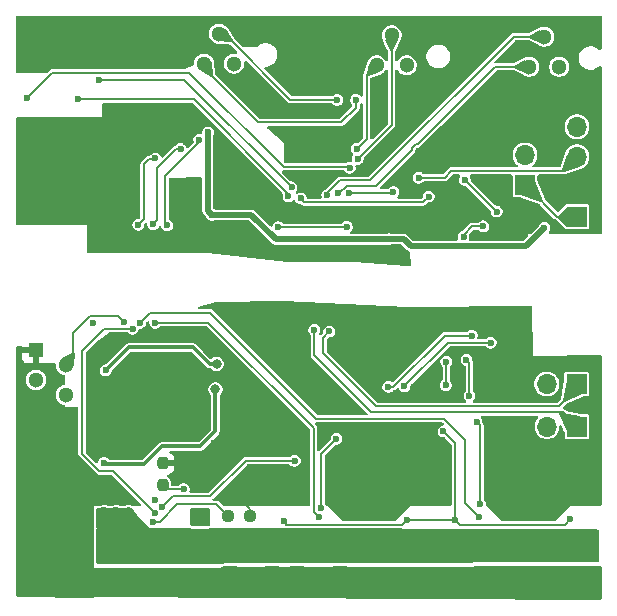
<source format=gbr>
%TF.GenerationSoftware,KiCad,Pcbnew,9.0.6*%
%TF.CreationDate,2025-11-11T12:39:31+02:00*%
%TF.ProjectId,picr_1_9tdi,70696372-5f31-45f3-9974-64692e6b6963,1*%
%TF.SameCoordinates,Original*%
%TF.FileFunction,Copper,L4,Bot*%
%TF.FilePolarity,Positive*%
%FSLAX46Y46*%
G04 Gerber Fmt 4.6, Leading zero omitted, Abs format (unit mm)*
G04 Created by KiCad (PCBNEW 9.0.6) date 2025-11-11 12:39:31*
%MOMM*%
%LPD*%
G01*
G04 APERTURE LIST*
G04 Aperture macros list*
%AMRoundRect*
0 Rectangle with rounded corners*
0 $1 Rounding radius*
0 $2 $3 $4 $5 $6 $7 $8 $9 X,Y pos of 4 corners*
0 Add a 4 corners polygon primitive as box body*
4,1,4,$2,$3,$4,$5,$6,$7,$8,$9,$2,$3,0*
0 Add four circle primitives for the rounded corners*
1,1,$1+$1,$2,$3*
1,1,$1+$1,$4,$5*
1,1,$1+$1,$6,$7*
1,1,$1+$1,$8,$9*
0 Add four rect primitives between the rounded corners*
20,1,$1+$1,$2,$3,$4,$5,0*
20,1,$1+$1,$4,$5,$6,$7,0*
20,1,$1+$1,$6,$7,$8,$9,0*
20,1,$1+$1,$8,$9,$2,$3,0*%
G04 Aperture macros list end*
%TA.AperFunction,ComponentPad*%
%ADD10R,1.300000X1.300000*%
%TD*%
%TA.AperFunction,ComponentPad*%
%ADD11C,1.300000*%
%TD*%
%TA.AperFunction,ComponentPad*%
%ADD12R,1.700000X1.700000*%
%TD*%
%TA.AperFunction,ComponentPad*%
%ADD13O,1.700000X1.700000*%
%TD*%
%TA.AperFunction,HeatsinkPad*%
%ADD14O,1.600000X0.900000*%
%TD*%
%TA.AperFunction,SMDPad,CuDef*%
%ADD15RoundRect,0.250000X-0.475000X0.337500X-0.475000X-0.337500X0.475000X-0.337500X0.475000X0.337500X0*%
%TD*%
%TA.AperFunction,SMDPad,CuDef*%
%ADD16RoundRect,0.237500X-0.237500X0.300000X-0.237500X-0.300000X0.237500X-0.300000X0.237500X0.300000X0*%
%TD*%
%TA.AperFunction,SMDPad,CuDef*%
%ADD17RoundRect,0.237500X0.237500X-0.250000X0.237500X0.250000X-0.237500X0.250000X-0.237500X-0.250000X0*%
%TD*%
%TA.AperFunction,SMDPad,CuDef*%
%ADD18RoundRect,0.237500X-0.250000X-0.237500X0.250000X-0.237500X0.250000X0.237500X-0.250000X0.237500X0*%
%TD*%
%TA.AperFunction,ViaPad*%
%ADD19C,0.600000*%
%TD*%
%TA.AperFunction,ViaPad*%
%ADD20C,0.450000*%
%TD*%
%TA.AperFunction,ViaPad*%
%ADD21C,0.800000*%
%TD*%
%TA.AperFunction,Conductor*%
%ADD22C,0.200000*%
%TD*%
%TA.AperFunction,Conductor*%
%ADD23C,0.300000*%
%TD*%
%TA.AperFunction,Conductor*%
%ADD24C,0.500000*%
%TD*%
G04 APERTURE END LIST*
D10*
%TO.P,U11,1,1*%
%TO.N,GND_MCU*%
X115375000Y-69300000D03*
D11*
%TO.P,U11,2,2*%
%TO.N,+3.3V*%
X114105000Y-71840000D03*
%TO.P,U11,3,3*%
%TO.N,/E_M3_A*%
X112835000Y-69300000D03*
%TO.P,U11,4,4*%
%TO.N,/E_M3_B*%
X111565000Y-71840000D03*
%TD*%
D10*
%TO.P,U9,1,1*%
%TO.N,GND_MCU*%
X102455000Y-69180000D03*
D11*
%TO.P,U9,2,2*%
%TO.N,+3.3V*%
X101185000Y-71720000D03*
%TO.P,U9,3,3*%
%TO.N,/E_M1_A*%
X99915000Y-69180000D03*
%TO.P,U9,4,4*%
%TO.N,/E_M1_B*%
X98645000Y-71720000D03*
%TD*%
D10*
%TO.P,U15,1,1*%
%TO.N,GND_MOT*%
X69800000Y-95810000D03*
D11*
%TO.P,U15,2,2*%
%TO.N,/PWM_TH_O*%
X72340000Y-97080000D03*
%TO.P,U15,3,3*%
%TO.N,unconnected-(U15-Pad3)*%
X69800000Y-98350000D03*
%TO.P,U15,4,4*%
%TO.N,unconnected-(U15-Pad4)*%
X72340000Y-99620000D03*
%TD*%
D12*
%TO.P,J4,1,Pin_1*%
%TO.N,/PWM_GRB_O*%
X115600000Y-102300000D03*
D13*
%TO.P,J4,2,Pin_2*%
%TO.N,/5V_MOT*%
X113060000Y-102300000D03*
%TO.P,J4,3,Pin_3*%
%TO.N,GND_MOT*%
X110520000Y-102300000D03*
%TD*%
D14*
%TO.P,J1,6,Shield*%
%TO.N,GND_MCU*%
X69500000Y-77700000D03*
X69500000Y-84300000D03*
%TD*%
D12*
%TO.P,J3,1,Pin_1*%
%TO.N,/GLo*%
X115600000Y-84540000D03*
D13*
%TO.P,J3,2,Pin_2*%
%TO.N,GND_MCU*%
X115600000Y-82000000D03*
%TO.P,J3,3,Pin_3*%
%TO.N,/IR_RX*%
X115600000Y-79460000D03*
%TO.P,J3,4,Pin_4*%
%TO.N,+3.3V*%
X115600000Y-76920000D03*
%TD*%
D12*
%TO.P,J6,1,Pin_1*%
%TO.N,/PWM_ANG_O*%
X115580000Y-98700000D03*
D13*
%TO.P,J6,2,Pin_2*%
%TO.N,/5V_MOT*%
X113040000Y-98700000D03*
%TO.P,J6,3,Pin_3*%
%TO.N,GND_MOT*%
X110500000Y-98700000D03*
%TD*%
D10*
%TO.P,U10,1,1*%
%TO.N,GND_MCU*%
X87845000Y-69035000D03*
D11*
%TO.P,U10,2,2*%
%TO.N,+3.3V*%
X86575000Y-71575000D03*
%TO.P,U10,3,3*%
%TO.N,/E_M2_A*%
X85305000Y-69035000D03*
%TO.P,U10,4,4*%
%TO.N,/E_M2_B*%
X84035000Y-71575000D03*
%TD*%
D12*
%TO.P,J5,1,Pin_1*%
%TO.N,/GLo*%
X111200000Y-81850000D03*
D13*
%TO.P,J5,2,Pin_2*%
%TO.N,/IR_TX*%
X111200000Y-79310000D03*
%TD*%
D15*
%TO.P,C2,1*%
%TO.N,/VBAT*%
X89800000Y-112662500D03*
%TO.P,C2,2*%
%TO.N,GND_MOT*%
X89800000Y-114737500D03*
%TD*%
%TO.P,C15,1*%
%TO.N,/VBAT*%
X103100000Y-112762500D03*
%TO.P,C15,2*%
%TO.N,GND_MOT*%
X103100000Y-114837500D03*
%TD*%
%TO.P,C4,1*%
%TO.N,/VBAT*%
X78100000Y-112937500D03*
%TO.P,C4,2*%
%TO.N,GND_MOT*%
X78100000Y-115012500D03*
%TD*%
%TO.P,C29,1*%
%TO.N,/VBAT*%
X116500000Y-112862500D03*
%TO.P,C29,2*%
%TO.N,GND_MOT*%
X116500000Y-114937500D03*
%TD*%
%TO.P,C23,1*%
%TO.N,/VBAT*%
X105100000Y-112762500D03*
%TO.P,C23,2*%
%TO.N,GND_MOT*%
X105100000Y-114837500D03*
%TD*%
D16*
%TO.P,C20,1*%
%TO.N,/VBAT*%
X101300000Y-113162500D03*
%TO.P,C20,2*%
%TO.N,GND_MOT*%
X101300000Y-114887500D03*
%TD*%
D15*
%TO.P,C17,1*%
%TO.N,/VBAT*%
X99500000Y-112725000D03*
%TO.P,C17,2*%
%TO.N,GND_MOT*%
X99500000Y-114800000D03*
%TD*%
D16*
%TO.P,C30,1*%
%TO.N,/VBAT*%
X114737500Y-113275000D03*
%TO.P,C30,2*%
%TO.N,GND_MOT*%
X114737500Y-115000000D03*
%TD*%
D15*
%TO.P,C13,1*%
%TO.N,/VBAT*%
X95500000Y-112662500D03*
%TO.P,C13,2*%
%TO.N,GND_MOT*%
X95500000Y-114737500D03*
%TD*%
D16*
%TO.P,C9,1*%
%TO.N,/VBAT*%
X88000000Y-113062500D03*
%TO.P,C9,2*%
%TO.N,GND_MOT*%
X88000000Y-114787500D03*
%TD*%
D15*
%TO.P,C14,1*%
%TO.N,/VBAT*%
X91900000Y-112662500D03*
%TO.P,C14,2*%
%TO.N,GND_MOT*%
X91900000Y-114737500D03*
%TD*%
D16*
%TO.P,C31,1*%
%TO.N,/VBAT*%
X106900000Y-113137500D03*
%TO.P,C31,2*%
%TO.N,GND_MOT*%
X106900000Y-114862500D03*
%TD*%
D15*
%TO.P,C1,1*%
%TO.N,/VBAT*%
X86200000Y-112662500D03*
%TO.P,C1,2*%
%TO.N,GND_MOT*%
X86200000Y-114737500D03*
%TD*%
D16*
%TO.P,C19,1*%
%TO.N,/VBAT*%
X93700000Y-113062500D03*
%TO.P,C19,2*%
%TO.N,GND_MOT*%
X93700000Y-114787500D03*
%TD*%
D15*
%TO.P,C3,1*%
%TO.N,/VBAT*%
X81700000Y-112937500D03*
%TO.P,C3,2*%
%TO.N,GND_MOT*%
X81700000Y-115012500D03*
%TD*%
D16*
%TO.P,C7,1*%
%TO.N,/VBAT*%
X79900000Y-113037500D03*
%TO.P,C7,2*%
%TO.N,GND_MOT*%
X79900000Y-114762500D03*
%TD*%
D15*
%TO.P,C28,1*%
%TO.N,/VBAT*%
X113000000Y-112862500D03*
%TO.P,C28,2*%
%TO.N,GND_MOT*%
X113000000Y-114937500D03*
%TD*%
%TO.P,C26,1*%
%TO.N,/VBAT*%
X108700000Y-112737500D03*
%TO.P,C26,2*%
%TO.N,GND_MOT*%
X108700000Y-114812500D03*
%TD*%
D17*
%TO.P,R2,1*%
%TO.N,Net-(U1-SR)*%
X80550000Y-107250000D03*
%TO.P,R2,2*%
%TO.N,GND_MOT*%
X80550000Y-105425000D03*
%TD*%
D18*
%TO.P,R3,1*%
%TO.N,Net-(U1-DRVOFF)*%
X86100000Y-109900000D03*
%TO.P,R3,2*%
%TO.N,GND_MOT*%
X87925000Y-109900000D03*
%TD*%
D19*
%TO.N,GND_MOT*%
X79200000Y-94800000D03*
D20*
X110700000Y-109600000D03*
D19*
X97200000Y-115600000D03*
X105600000Y-98800000D03*
X82410000Y-102680000D03*
D20*
X110200000Y-110100000D03*
D19*
X94400000Y-116300000D03*
X71100000Y-115650000D03*
X100000000Y-116300000D03*
D20*
X111200000Y-110100000D03*
D19*
X96500000Y-114900000D03*
X75050000Y-115650000D03*
X109900000Y-116300000D03*
X103080000Y-107640000D03*
X85650000Y-103710000D03*
X87600000Y-103000000D03*
X83090000Y-102700000D03*
X82200000Y-94100000D03*
X81040000Y-102650000D03*
D20*
X96600000Y-109100000D03*
D19*
X69300000Y-114400000D03*
X82350000Y-105100000D03*
X107800000Y-116300000D03*
X74525000Y-107575000D03*
X109050000Y-105550000D03*
X70200000Y-115650000D03*
X101425000Y-93171000D03*
X96800000Y-100900000D03*
D20*
X97600000Y-110100000D03*
D19*
X69300000Y-115650000D03*
X84400000Y-116300000D03*
D20*
X97100000Y-109100000D03*
D19*
X80360000Y-101890000D03*
D20*
X83200000Y-110000000D03*
D19*
X68400000Y-95800000D03*
D20*
X83700000Y-110000000D03*
D19*
X111300000Y-115600000D03*
X79200000Y-103400000D03*
X73730735Y-105479265D03*
X79870000Y-108490000D03*
D20*
X97600000Y-109600000D03*
D19*
X98225000Y-96325000D03*
X83100000Y-101930000D03*
X82000000Y-106200000D03*
X89490000Y-107600000D03*
X97900000Y-115600000D03*
D20*
X110700000Y-110100000D03*
D19*
X97900000Y-114900000D03*
X109900000Y-115600000D03*
X91090000Y-106450000D03*
X89560000Y-100660000D03*
X83700000Y-116300000D03*
X92080000Y-103500000D03*
X74660000Y-96390000D03*
X111300000Y-116300000D03*
D20*
X83700000Y-110500000D03*
D19*
X80350000Y-102640000D03*
X97130000Y-107220000D03*
X83000000Y-114900000D03*
X110600000Y-114900000D03*
X99510000Y-102680000D03*
X75050000Y-99150000D03*
X88680000Y-92240000D03*
X75100000Y-114550000D03*
X98600000Y-98700000D03*
X70200000Y-114400000D03*
X108600000Y-98750000D03*
X80900000Y-116300000D03*
D20*
X83200000Y-110500000D03*
D19*
X95800000Y-116300000D03*
X109200000Y-116300000D03*
X81720000Y-102670000D03*
D20*
X110200000Y-109100000D03*
D19*
X96500000Y-116300000D03*
D20*
X110200000Y-109600000D03*
X97600000Y-109100000D03*
D19*
X81700000Y-104800000D03*
X97200000Y-114900000D03*
D20*
X111200000Y-109600000D03*
D19*
X98600000Y-116300000D03*
X83000000Y-115600000D03*
X102330000Y-102720000D03*
X87450000Y-92230000D03*
X99300000Y-116300000D03*
X115500000Y-100400000D03*
X85100000Y-116300000D03*
X86600000Y-108000000D03*
X110600000Y-116300000D03*
X83790000Y-102690000D03*
X84400000Y-107500000D03*
X109900000Y-114900000D03*
X109012500Y-95887500D03*
X85875000Y-108000000D03*
X81700000Y-105450000D03*
X85800000Y-116300000D03*
X93000000Y-97700000D03*
X110600000Y-115600000D03*
X71100000Y-114400000D03*
X83700000Y-115600000D03*
X72000000Y-115650000D03*
D20*
X96600000Y-109600000D03*
X110700000Y-109100000D03*
D19*
X97900000Y-116300000D03*
X108500000Y-116300000D03*
D20*
X96600000Y-110100000D03*
X97100000Y-109600000D03*
D19*
X90600000Y-97300000D03*
X97200000Y-116300000D03*
X81050000Y-101910000D03*
X102730000Y-98990000D03*
X84880000Y-103720000D03*
X81600000Y-116300000D03*
X96500000Y-115600000D03*
X104500000Y-106180000D03*
X70060000Y-101150000D03*
D20*
X97100000Y-110100000D03*
D19*
X115500000Y-104500000D03*
X82650000Y-106550000D03*
X112620000Y-105600000D03*
X86440000Y-103700000D03*
X98200000Y-93600000D03*
X116350000Y-96750000D03*
D20*
X84200000Y-109500000D03*
D19*
X82300000Y-116300000D03*
D20*
X111200000Y-109100000D03*
D19*
X115100000Y-96750000D03*
X113950000Y-96750000D03*
X113400000Y-116300000D03*
X94050000Y-102950000D03*
X82410000Y-101930000D03*
X82000000Y-106850000D03*
X86500000Y-116300000D03*
X79800000Y-103700000D03*
X84400000Y-114900000D03*
X92700000Y-106220000D03*
X72000000Y-114400000D03*
D20*
X83700000Y-109500000D03*
X84200000Y-110500000D03*
D19*
X93600000Y-100400000D03*
X75890000Y-107780000D03*
D20*
X83200000Y-109500000D03*
D19*
X83770000Y-101950000D03*
X100730000Y-106060000D03*
X87230000Y-103670000D03*
X79200000Y-104000000D03*
X108700000Y-102350000D03*
X111300000Y-114900000D03*
X95100000Y-116300000D03*
X83000000Y-116300000D03*
X74660000Y-93540000D03*
X87600000Y-102100000D03*
X81730000Y-101920000D03*
D20*
X84200000Y-110000000D03*
D19*
X92500000Y-96500000D03*
X112000000Y-116300000D03*
X83700000Y-114900000D03*
X85325000Y-92200000D03*
X112700000Y-116300000D03*
X84400000Y-115600000D03*
%TO.N,/VBAT*%
X92700000Y-111600000D03*
X77625000Y-109425000D03*
X87075000Y-111550000D03*
X115300000Y-111600000D03*
X75600000Y-110800000D03*
X100600000Y-111600000D03*
X80400000Y-111800000D03*
X105000000Y-111600000D03*
X76600000Y-109400000D03*
X101750000Y-111575000D03*
X107300000Y-111600000D03*
X78100000Y-111800000D03*
X76600000Y-110800000D03*
X93800000Y-111600000D03*
X75600000Y-112300000D03*
X102825000Y-111575000D03*
X91500000Y-111600000D03*
X116400000Y-111600000D03*
X88275000Y-111550000D03*
X89450000Y-111550000D03*
X75600000Y-109400000D03*
X114100000Y-111600000D03*
X106200000Y-111600000D03*
X77625000Y-110475000D03*
X79300000Y-111800000D03*
X76600000Y-112300000D03*
%TO.N,GND_MCU*%
X85000000Y-87100000D03*
X73070000Y-70790000D03*
X98480240Y-85119760D03*
X100850000Y-84950000D03*
X73300000Y-82300000D03*
X74660000Y-85200000D03*
X103840000Y-80490000D03*
X73475000Y-77700000D03*
X113350000Y-78100000D03*
X109770000Y-75170000D03*
X88330000Y-82740000D03*
X79850000Y-70600000D03*
X82540000Y-78170000D03*
X75640000Y-82630000D03*
X108810000Y-79950000D03*
X87300000Y-74000000D03*
X109550000Y-71200000D03*
X73200000Y-84200000D03*
X91800000Y-77200000D03*
X78400000Y-76750000D03*
X108810000Y-82100000D03*
X95275000Y-69300000D03*
X113850000Y-74400000D03*
X102020000Y-86210000D03*
X89674265Y-74825735D03*
X70950000Y-79900000D03*
X76150000Y-75570000D03*
X96918425Y-85502377D03*
X117350000Y-85400000D03*
X96500000Y-77850000D03*
X98900000Y-74750000D03*
X71000000Y-82300000D03*
X117350000Y-80150000D03*
X70775000Y-77700000D03*
X70725000Y-84275000D03*
X87800000Y-72500000D03*
X81875000Y-84700000D03*
X99750000Y-78800000D03*
X98940000Y-70430000D03*
X109700000Y-84350000D03*
X91900000Y-78700000D03*
X105975000Y-82675000D03*
X113400000Y-81350000D03*
X86500000Y-85425000D03*
X116981568Y-69294576D03*
X91300000Y-87200000D03*
X82370000Y-81670000D03*
X78300000Y-69100000D03*
X100250000Y-87800000D03*
X117350000Y-82000000D03*
X110700000Y-68250000D03*
X94600000Y-73900000D03*
X93000000Y-81400000D03*
X102230000Y-78990000D03*
X69280000Y-70700000D03*
X89550000Y-69000000D03*
X71810000Y-70710000D03*
X82890000Y-75760000D03*
X95000000Y-72250000D03*
X102070000Y-82600000D03*
X117000000Y-74400000D03*
X104150000Y-69150000D03*
X105400000Y-76200000D03*
D21*
%TO.N,/5V_MOT*%
X85100000Y-97000000D03*
D19*
X75550000Y-105400000D03*
X75700000Y-97540000D03*
D21*
X85000000Y-99150000D03*
D19*
%TO.N,+3.3V*%
X84375000Y-77400000D03*
X99700000Y-86425000D03*
X84700000Y-84380000D03*
X112850000Y-85470000D03*
%TO.N,/NRST*%
X69000000Y-74510000D03*
X96362528Y-80388943D03*
%TO.N,/IR_RX*%
X102200000Y-81225000D03*
%TO.N,/PWM_GRB_O*%
X93360000Y-94120000D03*
%TO.N,/PWM_ANG_O*%
X94630000Y-94250000D03*
%TO.N,Net-(U1-SR)*%
X82300000Y-107600000D03*
%TO.N,Net-(U1-DRVOFF)*%
X79677200Y-110384579D03*
%TO.N,Net-(U7-PB8)*%
X96125000Y-85400000D03*
X90310000Y-85425000D03*
%TO.N,/PWM_M1_O*%
X77987851Y-94014579D03*
X79885421Y-109612149D03*
%TO.N,/M1_DIR_O*%
X108300000Y-95200000D03*
X80500000Y-109100000D03*
X101000000Y-98900000D03*
X91700000Y-105200000D03*
%TO.N,/M_NSLEEP_O*%
X104300000Y-102700000D03*
X90796979Y-110335723D03*
X104540000Y-96800000D03*
X104500000Y-98800000D03*
X105300000Y-110208038D03*
X115000000Y-110150000D03*
X101200000Y-110250000D03*
%TO.N,/PWM_M2_O*%
X93800000Y-109999685D03*
X79900707Y-93500706D03*
%TO.N,/M2_DIR_O*%
X99634313Y-98934313D03*
X95240000Y-103328626D03*
X93931587Y-109210579D03*
X106700000Y-94600000D03*
%TO.N,/M3_DIR_O*%
X107100000Y-101900000D03*
X107400000Y-108900000D03*
X106250000Y-96650000D03*
X106500000Y-99700000D03*
%TO.N,/PWM_M3_O*%
X107300000Y-109999685D03*
X78609659Y-93511232D03*
%TO.N,/E_M3_A*%
X94475000Y-82700000D03*
%TO.N,/PWM_M3_I*%
X78470000Y-85210000D03*
X79900000Y-79600000D03*
%TO.N,/SWCLK*%
X73400000Y-74580000D03*
X91175000Y-82800000D03*
%TO.N,/E_M1_A*%
X97060000Y-79625000D03*
%TO.N,/MCU_LED*%
X103050000Y-82825000D03*
X92225000Y-82990000D03*
%TO.N,/E_M2_A*%
X95300000Y-74650000D03*
%TO.N,/E_M3_B*%
X95411765Y-82561765D03*
%TO.N,/PWM_M2_I*%
X82048846Y-78801484D03*
X79720000Y-85180000D03*
%TO.N,/M3_DIR_I*%
X106000000Y-86250000D03*
X107680000Y-85350000D03*
%TO.N,/SWDIO*%
X75150000Y-72960000D03*
X91435636Y-82043645D03*
%TO.N,/M1_DIR_I*%
X108800000Y-84100000D03*
X106113235Y-81411765D03*
%TO.N,/PWM_M1_I*%
X80908883Y-85263162D03*
X83625000Y-78010000D03*
%TO.N,/E_M2_B*%
X96900000Y-74650000D03*
%TO.N,/M_NSLEEP_I*%
X100050000Y-82450000D03*
X96300000Y-82562765D03*
%TO.N,/E_M1_B*%
X96960000Y-78800000D03*
%TO.N,/PWM_TH_O*%
X77250000Y-93414579D03*
%TD*%
D22*
%TO.N,GND_MOT*%
X87925000Y-109325000D02*
X87925000Y-109900000D01*
X86600000Y-108000000D02*
X87925000Y-109325000D01*
%TO.N,GND_MCU*%
X69500000Y-84300000D02*
X70100000Y-84300000D01*
D23*
%TO.N,/5V_MOT*%
X78920654Y-105500000D02*
X80430654Y-103990000D01*
X77640000Y-95600000D02*
X83100000Y-95600000D01*
X84500000Y-97000000D02*
X85100000Y-97000000D01*
X75650000Y-105500000D02*
X78920654Y-105500000D01*
X80430654Y-103990000D02*
X83689346Y-103990000D01*
X83100000Y-95600000D02*
X84500000Y-97000000D01*
X85000000Y-102679346D02*
X85000000Y-99150000D01*
X83689346Y-103990000D02*
X85000000Y-102679346D01*
X75550000Y-105400000D02*
X75650000Y-105500000D01*
X75700000Y-97540000D02*
X77640000Y-95600000D01*
X85000000Y-99150000D02*
X85100000Y-99250000D01*
D24*
%TO.N,+3.3V*%
X84375000Y-77400000D02*
X84375000Y-80725000D01*
X99700000Y-86425000D02*
X99675000Y-86450000D01*
X101525000Y-87025000D02*
X111295000Y-87025000D01*
X84630000Y-84310000D02*
X84700000Y-84380000D01*
X84350000Y-82965000D02*
X84350000Y-80750000D01*
X100925000Y-86425000D02*
X101525000Y-87025000D01*
X111295000Y-87025000D02*
X112850000Y-85470000D01*
X99700000Y-86425000D02*
X100925000Y-86425000D01*
X88030000Y-84380000D02*
X84700000Y-84380000D01*
X90100000Y-86450000D02*
X88030000Y-84380000D01*
X99675000Y-86450000D02*
X90100000Y-86450000D01*
X84350000Y-82965000D02*
X84350000Y-84030000D01*
X84350000Y-84030000D02*
X84700000Y-84380000D01*
D22*
%TO.N,/NRST*%
X71180000Y-72330000D02*
X69000000Y-74510000D01*
X90763235Y-80313235D02*
X82780000Y-72330000D01*
X96286820Y-80313235D02*
X90763235Y-80313235D01*
X82780000Y-72330000D02*
X71180000Y-72330000D01*
X96362528Y-80388943D02*
X96286820Y-80313235D01*
%TO.N,/IR_RX*%
X114409265Y-80650735D02*
X115600000Y-79460000D01*
X104974265Y-80650735D02*
X114409265Y-80650735D01*
X104400000Y-81225000D02*
X104974265Y-80650735D01*
X102200000Y-81225000D02*
X104400000Y-81225000D01*
%TO.N,/PWM_GRB_O*%
X93360000Y-94120000D02*
X93360000Y-96260000D01*
X114400000Y-101100000D02*
X115600000Y-102300000D01*
X93360000Y-96260000D02*
X98200000Y-101100000D01*
X98200000Y-101100000D02*
X114400000Y-101100000D01*
%TO.N,/PWM_ANG_O*%
X94630000Y-94250000D02*
X94100000Y-94780000D01*
X98575000Y-100575000D02*
X114075000Y-100575000D01*
X94100000Y-94780000D02*
X94100000Y-96100000D01*
X114075000Y-100575000D02*
X115600000Y-99050000D01*
X115600000Y-99050000D02*
X115600000Y-98600000D01*
X94100000Y-96100000D02*
X98575000Y-100575000D01*
%TO.N,Net-(U1-SR)*%
X82300000Y-107600000D02*
X80900000Y-107600000D01*
X80900000Y-107600000D02*
X80550000Y-107250000D01*
X82300000Y-107600000D02*
X82200000Y-107500000D01*
%TO.N,Net-(U1-DRVOFF)*%
X80265421Y-110384579D02*
X79677200Y-110384579D01*
X85075000Y-108875000D02*
X81775000Y-108875000D01*
X79677200Y-110384579D02*
X79761779Y-110300000D01*
X81775000Y-108875000D02*
X80265421Y-110384579D01*
X86100000Y-109900000D02*
X85075000Y-108875000D01*
X79692621Y-110400000D02*
X79677200Y-110384579D01*
%TO.N,Net-(U7-PB8)*%
X90310000Y-85425000D02*
X96100000Y-85425000D01*
X96100000Y-85425000D02*
X96125000Y-85400000D01*
%TO.N,/PWM_M1_O*%
X75585421Y-94014579D02*
X77987851Y-94014579D01*
X75175000Y-106075000D02*
X73700000Y-104600000D01*
X79885421Y-109612149D02*
X76348272Y-106075000D01*
X73700000Y-104600000D02*
X73700000Y-95900000D01*
X76348272Y-106075000D02*
X75175000Y-106075000D01*
X73700000Y-95900000D02*
X75585421Y-94014579D01*
%TO.N,/M1_DIR_O*%
X101000000Y-98890057D02*
X104690057Y-95200000D01*
X84550000Y-108200000D02*
X81400000Y-108200000D01*
X87550000Y-105200000D02*
X84550000Y-108200000D01*
X91700000Y-105200000D02*
X87550000Y-105200000D01*
X101000000Y-98900000D02*
X101000000Y-98890057D01*
X81400000Y-108200000D02*
X80500000Y-109100000D01*
X104690057Y-95200000D02*
X108300000Y-95200000D01*
%TO.N,/M_NSLEEP_O*%
X104540000Y-98760000D02*
X104500000Y-98800000D01*
X101200000Y-110250000D02*
X100813500Y-110636500D01*
X105258038Y-110250000D02*
X105300000Y-110208038D01*
X105300000Y-103700000D02*
X104300000Y-102700000D01*
X105692647Y-110600685D02*
X114549315Y-110600685D01*
X100813500Y-110636500D02*
X90970502Y-110636500D01*
X101200000Y-110250000D02*
X105258038Y-110250000D01*
X105300000Y-110208038D02*
X105692647Y-110600685D01*
X90970502Y-110636500D02*
X90934002Y-110600000D01*
X114549315Y-110600685D02*
X115000000Y-110150000D01*
X90934002Y-110472746D02*
X90796979Y-110335723D01*
X105300000Y-110208038D02*
X105300000Y-103700000D01*
X90934002Y-110600000D02*
X90934002Y-110472746D01*
X104540000Y-96800000D02*
X104540000Y-98760000D01*
%TO.N,/PWM_M2_O*%
X93300000Y-102400000D02*
X93300000Y-109499685D01*
X79900707Y-93500706D02*
X79901413Y-93500000D01*
X84400000Y-93500000D02*
X93300000Y-102400000D01*
X79901413Y-93500000D02*
X84400000Y-93500000D01*
X93300000Y-109499685D02*
X93800000Y-109999685D01*
%TO.N,/M2_DIR_O*%
X93931587Y-104637039D02*
X93931587Y-109210579D01*
X104400000Y-94600000D02*
X100065687Y-98934313D01*
X95240000Y-103328626D02*
X93931587Y-104637039D01*
X100065687Y-98934313D02*
X99634313Y-98934313D01*
X106700000Y-94600000D02*
X104400000Y-94600000D01*
%TO.N,/M3_DIR_O*%
X106500000Y-96900000D02*
X106500000Y-99700000D01*
X107400000Y-108900000D02*
X107400000Y-102200000D01*
X107400000Y-102200000D02*
X107100000Y-101900000D01*
X106250000Y-96650000D02*
X106500000Y-96900000D01*
%TO.N,/PWM_M3_O*%
X106100000Y-108799685D02*
X107300000Y-109999685D01*
X78609659Y-93511232D02*
X78711232Y-93511232D01*
X78609659Y-93511232D02*
X79470891Y-92650000D01*
X93550000Y-101650000D02*
X104350000Y-101650000D01*
X106100000Y-103400000D02*
X106100000Y-108799685D01*
X84550000Y-92650000D02*
X93550000Y-101650000D01*
X79470891Y-92650000D02*
X84550000Y-92650000D01*
X104350000Y-101650000D02*
X106100000Y-103400000D01*
%TO.N,/E_M3_A*%
X98100000Y-81450000D02*
X110250000Y-69300000D01*
X110250000Y-69300000D02*
X112835000Y-69300000D01*
X94475000Y-82700000D02*
X94475000Y-82525000D01*
X94475000Y-82525000D02*
X95550000Y-81450000D01*
X95550000Y-81450000D02*
X98100000Y-81450000D01*
%TO.N,/PWM_M3_I*%
X79840000Y-79660000D02*
X79380000Y-79660000D01*
X78950000Y-84730000D02*
X78470000Y-85210000D01*
X79900000Y-79600000D02*
X79840000Y-79660000D01*
X79380000Y-79660000D02*
X78950000Y-80090000D01*
X78950000Y-80090000D02*
X78950000Y-84730000D01*
%TO.N,/SWCLK*%
X91100056Y-82800000D02*
X91175000Y-82800000D01*
X90834636Y-82234636D02*
X90834636Y-82292588D01*
X91175000Y-82632952D02*
X91175000Y-82800000D01*
X73400000Y-74580000D02*
X83180000Y-74580000D01*
X90834636Y-82292588D02*
X91175000Y-82632952D01*
X83180000Y-74580000D02*
X90834636Y-82234636D01*
%TO.N,/E_M1_A*%
X99915000Y-69180000D02*
X99915000Y-76770000D01*
X99915000Y-76770000D02*
X97060000Y-79625000D01*
%TO.N,/MCU_LED*%
X92225000Y-82990000D02*
X92390000Y-82990000D01*
X92225000Y-82990000D02*
X92535000Y-83300000D01*
X102575000Y-83300000D02*
X103050000Y-82825000D01*
X92535000Y-83300000D02*
X102575000Y-83300000D01*
%TO.N,/E_M2_A*%
X85285000Y-69150000D02*
X85850000Y-69150000D01*
X85305000Y-69035000D02*
X85887951Y-69035000D01*
X91350000Y-74650000D02*
X95300000Y-74650000D01*
X85850000Y-69150000D02*
X91350000Y-74650000D01*
%TO.N,/E_M3_B*%
X95438235Y-82561765D02*
X96100000Y-81900000D01*
X96100000Y-81900000D02*
X98600000Y-81900000D01*
X98600000Y-81900000D02*
X101629000Y-78871000D01*
X95411765Y-82488235D02*
X95411765Y-82561765D01*
X95411765Y-82561765D02*
X95438235Y-82561765D01*
X108660000Y-71840000D02*
X111565000Y-71840000D01*
X101629000Y-78871000D02*
X101629000Y-78741057D01*
X101981057Y-78389000D02*
X102111000Y-78389000D01*
X101629000Y-78741057D02*
X101981057Y-78389000D01*
X102111000Y-78389000D02*
X108660000Y-71840000D01*
%TO.N,/PWM_M2_I*%
X82048846Y-78801484D02*
X81698516Y-78801484D01*
X80050000Y-84850000D02*
X79720000Y-85180000D01*
X80050000Y-80450000D02*
X80050000Y-84850000D01*
X81698516Y-78801484D02*
X80050000Y-80450000D01*
%TO.N,/M3_DIR_I*%
X106000000Y-86250000D02*
X106000000Y-86050000D01*
X106700000Y-85350000D02*
X107680000Y-85350000D01*
X106000000Y-86050000D02*
X106700000Y-85350000D01*
%TO.N,/SWDIO*%
X82320000Y-72960000D02*
X82351991Y-72960000D01*
X91435636Y-82043645D02*
X91393645Y-82043645D01*
X82320000Y-72960000D02*
X75150000Y-72960000D01*
X82351991Y-72960000D02*
X91435636Y-82043645D01*
%TO.N,/M1_DIR_I*%
X108475000Y-83775000D02*
X108475000Y-83773530D01*
X108475000Y-83773530D02*
X106113235Y-81411765D01*
X108800000Y-84100000D02*
X108475000Y-83775000D01*
%TO.N,/PWM_M1_I*%
X83500000Y-78135000D02*
X83625000Y-78010000D01*
X80908883Y-85128883D02*
X80750000Y-84970000D01*
X83500000Y-78330000D02*
X83500000Y-78135000D01*
X80750000Y-84970000D02*
X80750000Y-81080000D01*
X80908883Y-85263162D02*
X80908883Y-85128883D01*
X80750000Y-81080000D02*
X83500000Y-78330000D01*
%TO.N,/E_M2_B*%
X88624943Y-76549943D02*
X84035000Y-71960000D01*
X95650000Y-76549943D02*
X88624943Y-76549943D01*
X84035000Y-71960000D02*
X84035000Y-71575000D01*
X96900000Y-75299943D02*
X95650000Y-76549943D01*
X96900000Y-74650000D02*
X96900000Y-75299943D01*
X96900000Y-74650000D02*
X96850000Y-74700000D01*
%TO.N,/M_NSLEEP_I*%
X100050000Y-82450000D02*
X100000000Y-82500000D01*
X96362765Y-82500000D02*
X96300000Y-82562765D01*
X100000000Y-82500000D02*
X96362765Y-82500000D01*
%TO.N,/E_M1_B*%
X97800000Y-77960000D02*
X96960000Y-78800000D01*
X97800000Y-72565000D02*
X97800000Y-77960000D01*
X98645000Y-71720000D02*
X97800000Y-72565000D01*
%TO.N,/PWM_TH_O*%
X76774421Y-92939000D02*
X74411057Y-92939000D01*
X74411057Y-92939000D02*
X72970000Y-94380057D01*
X72970000Y-94380057D02*
X72970000Y-96450000D01*
X72970000Y-96450000D02*
X72340000Y-97080000D01*
X77250000Y-93414579D02*
X76774421Y-92939000D01*
%TO.N,/GLo*%
X113940000Y-84540000D02*
X115600000Y-84540000D01*
X111250000Y-81850000D02*
X113940000Y-84540000D01*
X111200000Y-81850000D02*
X111250000Y-81850000D01*
%TD*%
%TA.AperFunction,Conductor*%
%TO.N,GND_MCU*%
G36*
X117642539Y-67520185D02*
G01*
X117688294Y-67572989D01*
X117699500Y-67624500D01*
X117699500Y-70310216D01*
X117679815Y-70377255D01*
X117627011Y-70423010D01*
X117557853Y-70432954D01*
X117494297Y-70403929D01*
X117487819Y-70397897D01*
X117412785Y-70322863D01*
X117412781Y-70322860D01*
X117248920Y-70213371D01*
X117248907Y-70213364D01*
X117066839Y-70137950D01*
X117066829Y-70137947D01*
X116873543Y-70099500D01*
X116873541Y-70099500D01*
X116676459Y-70099500D01*
X116676457Y-70099500D01*
X116483170Y-70137947D01*
X116483160Y-70137950D01*
X116301092Y-70213364D01*
X116301079Y-70213371D01*
X116137218Y-70322860D01*
X116137214Y-70322863D01*
X115997863Y-70462214D01*
X115997860Y-70462218D01*
X115888371Y-70626079D01*
X115888364Y-70626092D01*
X115812950Y-70808160D01*
X115812947Y-70808170D01*
X115774500Y-71001456D01*
X115774500Y-71001459D01*
X115774500Y-71198541D01*
X115774500Y-71198543D01*
X115774499Y-71198543D01*
X115812947Y-71391829D01*
X115812950Y-71391839D01*
X115888364Y-71573907D01*
X115888371Y-71573920D01*
X115997860Y-71737781D01*
X115997863Y-71737785D01*
X116137214Y-71877136D01*
X116137218Y-71877139D01*
X116301079Y-71986628D01*
X116301092Y-71986635D01*
X116404579Y-72029500D01*
X116483165Y-72062051D01*
X116483169Y-72062051D01*
X116483170Y-72062052D01*
X116676456Y-72100500D01*
X116676459Y-72100500D01*
X116873543Y-72100500D01*
X117003582Y-72074632D01*
X117066835Y-72062051D01*
X117248914Y-71986632D01*
X117412782Y-71877139D01*
X117429688Y-71860233D01*
X117487819Y-71802103D01*
X117549142Y-71768618D01*
X117618834Y-71773602D01*
X117674767Y-71815474D01*
X117699184Y-71880938D01*
X117699500Y-71889784D01*
X117699500Y-85916728D01*
X117679815Y-85983767D01*
X117627011Y-86029522D01*
X117574533Y-86040724D01*
X113318656Y-86007548D01*
X113251772Y-85987342D01*
X113206431Y-85934183D01*
X113197026Y-85864949D01*
X113226546Y-85801621D01*
X113231928Y-85795885D01*
X113250500Y-85777314D01*
X113316392Y-85663186D01*
X113350500Y-85535892D01*
X113350500Y-85404108D01*
X113316392Y-85276814D01*
X113250500Y-85162686D01*
X113157314Y-85069500D01*
X113089764Y-85030500D01*
X113043187Y-85003608D01*
X112979539Y-84986554D01*
X112915892Y-84969500D01*
X112784108Y-84969500D01*
X112656812Y-85003608D01*
X112542686Y-85069500D01*
X112542683Y-85069502D01*
X112449502Y-85162683D01*
X112449498Y-85162689D01*
X112383606Y-85276816D01*
X112380495Y-85284328D01*
X112379158Y-85283774D01*
X112351887Y-85331008D01*
X111724777Y-85958117D01*
X111663454Y-85991602D01*
X111636130Y-85994432D01*
X111451054Y-85992989D01*
X111450752Y-86180980D01*
X111430959Y-86247987D01*
X111414434Y-86268461D01*
X111264490Y-86418407D01*
X111144714Y-86538182D01*
X111083394Y-86571666D01*
X111057035Y-86574500D01*
X106592806Y-86574500D01*
X106525767Y-86554815D01*
X106480012Y-86502011D01*
X106470068Y-86432853D01*
X106473031Y-86418407D01*
X106500500Y-86315892D01*
X106500500Y-86184108D01*
X106474727Y-86087921D01*
X106476390Y-86018072D01*
X106506817Y-85968152D01*
X106788153Y-85686816D01*
X106849475Y-85653334D01*
X106875833Y-85650500D01*
X107221324Y-85650500D01*
X107288363Y-85670185D01*
X107309004Y-85686818D01*
X107372686Y-85750500D01*
X107486814Y-85816392D01*
X107614108Y-85850500D01*
X107614110Y-85850500D01*
X107745890Y-85850500D01*
X107745892Y-85850500D01*
X107873186Y-85816392D01*
X107987314Y-85750500D01*
X108080500Y-85657314D01*
X108146392Y-85543186D01*
X108180500Y-85415892D01*
X108180500Y-85284108D01*
X108146392Y-85156814D01*
X108080500Y-85042686D01*
X107987314Y-84949500D01*
X107883499Y-84889562D01*
X107873187Y-84883608D01*
X107795021Y-84862664D01*
X107745892Y-84849500D01*
X107614108Y-84849500D01*
X107486812Y-84883608D01*
X107372686Y-84949500D01*
X107372683Y-84949502D01*
X107309005Y-85013181D01*
X107247682Y-85046666D01*
X107221324Y-85049500D01*
X106660438Y-85049500D01*
X106629867Y-85057691D01*
X106584008Y-85069979D01*
X106584007Y-85069980D01*
X106537569Y-85096792D01*
X106537568Y-85096793D01*
X106515490Y-85109539D01*
X106515487Y-85109541D01*
X105877581Y-85747446D01*
X105821999Y-85779538D01*
X105806816Y-85783606D01*
X105806814Y-85783607D01*
X105692686Y-85849500D01*
X105692683Y-85849502D01*
X105599502Y-85942683D01*
X105599500Y-85942686D01*
X105533608Y-86056812D01*
X105499500Y-86184108D01*
X105499500Y-86315891D01*
X105526969Y-86418407D01*
X105525306Y-86488257D01*
X105486143Y-86546119D01*
X105421915Y-86573623D01*
X105407194Y-86574500D01*
X101762965Y-86574500D01*
X101695926Y-86554815D01*
X101675284Y-86538181D01*
X101201616Y-86064513D01*
X101201614Y-86064511D01*
X101135317Y-86026234D01*
X101098888Y-86005201D01*
X101086780Y-86001957D01*
X101074673Y-85998713D01*
X101074670Y-85998712D01*
X101018304Y-85983609D01*
X100984309Y-85974500D01*
X100984308Y-85974500D01*
X99953937Y-85974500D01*
X99901249Y-85960381D01*
X99900696Y-85961719D01*
X99893188Y-85958609D01*
X99893186Y-85958608D01*
X99765892Y-85924500D01*
X99634108Y-85924500D01*
X99506814Y-85958608D01*
X99506811Y-85958609D01*
X99479288Y-85974500D01*
X99470083Y-85979815D01*
X99464762Y-85982887D01*
X99402762Y-85999500D01*
X96532676Y-85999500D01*
X96465637Y-85979815D01*
X96419882Y-85927011D01*
X96409938Y-85857853D01*
X96438963Y-85794297D01*
X96444995Y-85787819D01*
X96482317Y-85750497D01*
X96525500Y-85707314D01*
X96591392Y-85593186D01*
X96625500Y-85465892D01*
X96625500Y-85334108D01*
X96591392Y-85206814D01*
X96525500Y-85092686D01*
X96432314Y-84999500D01*
X96356702Y-84955845D01*
X96318187Y-84933608D01*
X96202782Y-84902686D01*
X96190892Y-84899500D01*
X96059108Y-84899500D01*
X95931812Y-84933608D01*
X95817686Y-84999500D01*
X95817683Y-84999502D01*
X95729005Y-85088181D01*
X95667682Y-85121666D01*
X95641324Y-85124500D01*
X90768676Y-85124500D01*
X90701637Y-85104815D01*
X90680995Y-85088181D01*
X90617316Y-85024502D01*
X90617314Y-85024500D01*
X90552040Y-84986814D01*
X90503187Y-84958608D01*
X90439539Y-84941554D01*
X90375892Y-84924500D01*
X90244108Y-84924500D01*
X90116812Y-84958608D01*
X90002686Y-85024500D01*
X90002683Y-85024502D01*
X89909502Y-85117683D01*
X89909500Y-85117686D01*
X89843607Y-85231814D01*
X89843607Y-85231815D01*
X89830579Y-85280435D01*
X89794214Y-85340095D01*
X89731366Y-85370623D01*
X89661991Y-85362328D01*
X89623124Y-85336021D01*
X88306616Y-84019513D01*
X88306614Y-84019511D01*
X88255117Y-83989779D01*
X88203888Y-83960201D01*
X88191780Y-83956957D01*
X88179673Y-83953713D01*
X88179670Y-83953712D01*
X88141478Y-83943478D01*
X88089309Y-83929500D01*
X88089308Y-83929500D01*
X84953938Y-83929500D01*
X84945758Y-83927872D01*
X84940681Y-83928789D01*
X84925552Y-83923853D01*
X84906483Y-83920060D01*
X84898972Y-83916949D01*
X84893186Y-83913608D01*
X84886732Y-83911878D01*
X84879216Y-83908765D01*
X84863232Y-83895884D01*
X84838990Y-83881886D01*
X84836819Y-83879715D01*
X84831829Y-83870577D01*
X84824813Y-83864923D01*
X84818681Y-83846498D01*
X84803334Y-83818392D01*
X84800500Y-83792034D01*
X84800500Y-80893934D01*
X84804725Y-80861840D01*
X84806468Y-80855335D01*
X84825500Y-80784309D01*
X84825500Y-77653936D01*
X84839618Y-77601246D01*
X84838282Y-77600693D01*
X84841388Y-77593192D01*
X84841392Y-77593186D01*
X84875500Y-77465892D01*
X84875500Y-77334108D01*
X84841392Y-77206814D01*
X84775500Y-77092686D01*
X84682314Y-76999500D01*
X84625250Y-76966554D01*
X84568187Y-76933608D01*
X84504539Y-76916554D01*
X84440892Y-76899500D01*
X84309108Y-76899500D01*
X84181812Y-76933608D01*
X84067686Y-76999500D01*
X84067683Y-76999502D01*
X83974502Y-77092683D01*
X83974500Y-77092686D01*
X83908608Y-77206812D01*
X83874500Y-77334108D01*
X83874500Y-77397097D01*
X83854815Y-77464136D01*
X83802011Y-77509891D01*
X83732853Y-77519835D01*
X83718410Y-77516873D01*
X83702713Y-77512667D01*
X83690892Y-77509500D01*
X83559108Y-77509500D01*
X83431812Y-77543608D01*
X83317686Y-77609500D01*
X83317683Y-77609502D01*
X83224502Y-77702683D01*
X83224500Y-77702686D01*
X83158608Y-77816812D01*
X83124500Y-77944108D01*
X83124500Y-78075893D01*
X83149215Y-78168133D01*
X83147552Y-78237982D01*
X83117121Y-78287906D01*
X82726592Y-78678436D01*
X82665269Y-78711921D01*
X82595578Y-78706937D01*
X82539644Y-78665066D01*
X82519136Y-78622847D01*
X82515238Y-78608298D01*
X82449346Y-78494170D01*
X82356160Y-78400984D01*
X82299096Y-78368038D01*
X82242033Y-78335092D01*
X82178385Y-78318038D01*
X82114738Y-78300984D01*
X81982954Y-78300984D01*
X81855658Y-78335092D01*
X81741532Y-78400984D01*
X81741528Y-78400987D01*
X81658648Y-78483866D01*
X81603067Y-78515957D01*
X81582532Y-78521460D01*
X81582528Y-78521461D01*
X81514005Y-78561024D01*
X81514002Y-78561026D01*
X80582042Y-79492985D01*
X80520719Y-79526470D01*
X80451027Y-79521486D01*
X80395094Y-79479614D01*
X80374587Y-79437399D01*
X80366392Y-79406814D01*
X80300500Y-79292686D01*
X80207314Y-79199500D01*
X80127787Y-79153585D01*
X80093187Y-79133608D01*
X80029539Y-79116554D01*
X79965892Y-79099500D01*
X79834108Y-79099500D01*
X79706812Y-79133608D01*
X79592686Y-79199500D01*
X79592683Y-79199502D01*
X79499501Y-79292684D01*
X79499497Y-79292689D01*
X79496719Y-79297502D01*
X79446151Y-79345716D01*
X79389333Y-79359500D01*
X79340438Y-79359500D01*
X79302224Y-79369739D01*
X79264009Y-79379979D01*
X79264008Y-79379980D01*
X79206011Y-79413464D01*
X79206011Y-79413465D01*
X79195489Y-79419540D01*
X79195486Y-79419542D01*
X78709541Y-79905487D01*
X78709535Y-79905495D01*
X78669982Y-79974004D01*
X78669979Y-79974009D01*
X78649500Y-80050439D01*
X78649500Y-84554165D01*
X78640855Y-84583605D01*
X78634332Y-84613592D01*
X78630577Y-84618607D01*
X78629815Y-84621204D01*
X78613181Y-84641846D01*
X78581846Y-84673181D01*
X78520523Y-84706666D01*
X78494165Y-84709500D01*
X78404108Y-84709500D01*
X78276812Y-84743608D01*
X78162686Y-84809500D01*
X78162683Y-84809502D01*
X78069502Y-84902683D01*
X78069500Y-84902686D01*
X78003608Y-85016812D01*
X77989362Y-85069980D01*
X77969500Y-85144108D01*
X77969500Y-85275892D01*
X77979581Y-85313516D01*
X78003608Y-85403187D01*
X78034301Y-85456348D01*
X78069500Y-85517314D01*
X78162686Y-85610500D01*
X78276814Y-85676392D01*
X78404108Y-85710500D01*
X78404110Y-85710500D01*
X78535890Y-85710500D01*
X78535892Y-85710500D01*
X78663186Y-85676392D01*
X78777314Y-85610500D01*
X78870500Y-85517314D01*
X78936392Y-85403186D01*
X78970500Y-85275892D01*
X78970500Y-85185832D01*
X78979144Y-85156391D01*
X78985668Y-85126405D01*
X78989422Y-85121389D01*
X78990185Y-85118793D01*
X79006819Y-85098151D01*
X79007819Y-85097151D01*
X79069142Y-85063666D01*
X79138834Y-85068650D01*
X79194767Y-85110522D01*
X79219184Y-85175986D01*
X79219500Y-85184832D01*
X79219500Y-85245892D01*
X79227786Y-85276816D01*
X79253608Y-85373187D01*
X79270929Y-85403187D01*
X79319500Y-85487314D01*
X79412686Y-85580500D01*
X79526814Y-85646392D01*
X79654108Y-85680500D01*
X79654110Y-85680500D01*
X79785890Y-85680500D01*
X79785892Y-85680500D01*
X79913186Y-85646392D01*
X80027314Y-85580500D01*
X80120500Y-85487314D01*
X80186392Y-85373186D01*
X80186392Y-85373183D01*
X80188572Y-85367922D01*
X80232409Y-85313516D01*
X80298701Y-85291446D01*
X80366402Y-85308721D01*
X80414016Y-85359855D01*
X80422910Y-85383271D01*
X80442491Y-85456348D01*
X80508383Y-85570476D01*
X80601569Y-85663662D01*
X80715697Y-85729554D01*
X80842991Y-85763662D01*
X80842993Y-85763662D01*
X80974773Y-85763662D01*
X80974775Y-85763662D01*
X81102069Y-85729554D01*
X81216197Y-85663662D01*
X81309383Y-85570476D01*
X81375275Y-85456348D01*
X81409383Y-85329054D01*
X81409383Y-85197270D01*
X81375275Y-85069976D01*
X81374509Y-85068650D01*
X81352483Y-85030500D01*
X81309383Y-84955848D01*
X81216197Y-84862662D01*
X81160491Y-84830500D01*
X81112499Y-84802791D01*
X81064284Y-84752223D01*
X81050500Y-84695404D01*
X81050500Y-81352995D01*
X81070185Y-81285956D01*
X81122989Y-81240201D01*
X81173634Y-81228998D01*
X83774636Y-81210873D01*
X83841811Y-81230090D01*
X83887933Y-81282574D01*
X83899500Y-81334870D01*
X83899500Y-84089308D01*
X83923712Y-84179672D01*
X83930200Y-84203885D01*
X83930200Y-84203886D01*
X83930201Y-84203887D01*
X83989511Y-84306614D01*
X83989513Y-84306616D01*
X84201886Y-84518990D01*
X84229160Y-84566224D01*
X84230495Y-84565672D01*
X84233606Y-84573183D01*
X84233608Y-84573186D01*
X84299500Y-84687314D01*
X84392686Y-84780500D01*
X84491521Y-84837563D01*
X84501425Y-84843281D01*
X84506814Y-84846392D01*
X84634108Y-84880500D01*
X84634110Y-84880500D01*
X84765890Y-84880500D01*
X84765892Y-84880500D01*
X84893186Y-84846392D01*
X84893194Y-84846387D01*
X84900696Y-84843281D01*
X84901249Y-84844618D01*
X84953937Y-84830500D01*
X87792035Y-84830500D01*
X87859074Y-84850185D01*
X87879716Y-84866819D01*
X89823386Y-86810489D01*
X89926113Y-86869799D01*
X89926112Y-86869799D01*
X89938394Y-86873089D01*
X89947387Y-86875499D01*
X89947389Y-86875500D01*
X89967106Y-86880782D01*
X90040691Y-86900500D01*
X99524481Y-86900500D01*
X99556574Y-86904725D01*
X99634108Y-86925500D01*
X99634110Y-86925500D01*
X99765890Y-86925500D01*
X99765892Y-86925500D01*
X99893186Y-86891392D01*
X99893194Y-86891387D01*
X99900696Y-86888281D01*
X99901249Y-86889618D01*
X99953937Y-86875500D01*
X100687035Y-86875500D01*
X100754074Y-86895185D01*
X100774716Y-86911819D01*
X101248386Y-87385489D01*
X101351113Y-87444799D01*
X101356919Y-87446354D01*
X101416580Y-87482714D01*
X101447113Y-87545559D01*
X101448403Y-87555832D01*
X101450000Y-87574999D01*
X101450000Y-87575000D01*
X101536725Y-88615704D01*
X101533872Y-88629602D01*
X101535892Y-88643647D01*
X101526986Y-88663147D01*
X101522676Y-88684145D01*
X101512761Y-88694294D01*
X101506867Y-88707203D01*
X101488833Y-88718792D01*
X101473855Y-88734127D01*
X101458877Y-88738043D01*
X101448089Y-88744977D01*
X101413154Y-88750000D01*
X101306059Y-88750000D01*
X101295329Y-88749535D01*
X101242852Y-88744977D01*
X96695405Y-88350000D01*
X96695400Y-88350000D01*
X91107186Y-88350000D01*
X91094316Y-88349330D01*
X84392871Y-87650001D01*
X84392861Y-87650000D01*
X84392856Y-87650000D01*
X84392847Y-87650000D01*
X74274000Y-87650000D01*
X74206961Y-87630315D01*
X74161206Y-87577511D01*
X74150000Y-87526000D01*
X74150000Y-85250000D01*
X68224500Y-85250000D01*
X68157461Y-85230315D01*
X68111706Y-85177511D01*
X68100500Y-85126000D01*
X68100500Y-76249000D01*
X68120185Y-76181961D01*
X68172989Y-76136206D01*
X68224500Y-76125000D01*
X75422993Y-76125000D01*
X75422994Y-76125000D01*
X75416082Y-75005264D01*
X75435353Y-74938106D01*
X75487873Y-74892026D01*
X75540080Y-74880500D01*
X83004167Y-74880500D01*
X83071206Y-74900185D01*
X83091848Y-74916819D01*
X90520509Y-82345480D01*
X90544265Y-82378776D01*
X90549508Y-82389520D01*
X90554615Y-82408577D01*
X90579566Y-82451793D01*
X90581720Y-82455524D01*
X90581722Y-82455528D01*
X90594175Y-82477098D01*
X90661215Y-82544138D01*
X90694700Y-82605461D01*
X90693309Y-82663911D01*
X90674500Y-82734108D01*
X90674500Y-82865892D01*
X90681199Y-82890892D01*
X90708608Y-82993187D01*
X90723042Y-83018187D01*
X90774500Y-83107314D01*
X90867686Y-83200500D01*
X90981814Y-83266392D01*
X91109108Y-83300500D01*
X91109110Y-83300500D01*
X91240890Y-83300500D01*
X91240892Y-83300500D01*
X91368186Y-83266392D01*
X91482314Y-83200500D01*
X91552014Y-83130799D01*
X91613333Y-83097317D01*
X91683025Y-83102301D01*
X91738959Y-83144172D01*
X91754471Y-83176107D01*
X91755500Y-83175682D01*
X91758607Y-83183185D01*
X91768604Y-83200500D01*
X91824500Y-83297314D01*
X91917686Y-83390500D01*
X92031814Y-83456392D01*
X92159108Y-83490500D01*
X92159110Y-83490500D01*
X92249167Y-83490500D01*
X92316206Y-83510185D01*
X92336848Y-83526819D01*
X92350489Y-83540460D01*
X92350491Y-83540461D01*
X92350495Y-83540464D01*
X92389843Y-83563181D01*
X92419011Y-83580021D01*
X92495438Y-83600500D01*
X92495440Y-83600500D01*
X102614560Y-83600500D01*
X102614562Y-83600500D01*
X102690989Y-83580021D01*
X102759511Y-83540460D01*
X102815460Y-83484511D01*
X102873628Y-83426341D01*
X102938152Y-83361819D01*
X102999475Y-83328334D01*
X103025833Y-83325500D01*
X103115890Y-83325500D01*
X103115892Y-83325500D01*
X103243186Y-83291392D01*
X103357314Y-83225500D01*
X103450500Y-83132314D01*
X103516392Y-83018186D01*
X103550500Y-82890892D01*
X103550500Y-82759108D01*
X103516392Y-82631814D01*
X103450500Y-82517686D01*
X103357314Y-82424500D01*
X103278118Y-82378776D01*
X103243187Y-82358608D01*
X103179539Y-82341554D01*
X103115892Y-82324500D01*
X102984108Y-82324500D01*
X102856812Y-82358608D01*
X102742686Y-82424500D01*
X102742683Y-82424502D01*
X102649502Y-82517683D01*
X102649500Y-82517686D01*
X102583608Y-82631812D01*
X102549500Y-82759108D01*
X102549500Y-82849165D01*
X102540855Y-82878604D01*
X102534333Y-82908590D01*
X102530577Y-82913607D01*
X102529815Y-82916204D01*
X102513183Y-82936845D01*
X102486849Y-82963180D01*
X102425526Y-82996666D01*
X102399166Y-82999500D01*
X100507676Y-82999500D01*
X100440637Y-82979815D01*
X100394882Y-82927011D01*
X100384938Y-82857853D01*
X100413963Y-82794297D01*
X100419995Y-82787819D01*
X100429585Y-82778229D01*
X100450500Y-82757314D01*
X100516392Y-82643186D01*
X100550500Y-82515892D01*
X100550500Y-82384108D01*
X100516392Y-82256814D01*
X100450500Y-82142686D01*
X100357314Y-82049500D01*
X100300250Y-82016554D01*
X100243187Y-81983608D01*
X100179539Y-81966554D01*
X100115892Y-81949500D01*
X99984108Y-81949500D01*
X99856812Y-81983608D01*
X99742686Y-82049500D01*
X99742683Y-82049502D01*
X99649502Y-82142683D01*
X99644552Y-82149135D01*
X99642192Y-82147324D01*
X99601920Y-82185720D01*
X99545107Y-82199500D01*
X99024833Y-82199500D01*
X98957794Y-82179815D01*
X98912039Y-82127011D01*
X98902095Y-82057853D01*
X98931120Y-81994297D01*
X98937152Y-81987819D01*
X99765863Y-81159108D01*
X101699500Y-81159108D01*
X101699500Y-81290891D01*
X101733608Y-81418187D01*
X101760902Y-81465460D01*
X101799500Y-81532314D01*
X101892686Y-81625500D01*
X102006814Y-81691392D01*
X102134108Y-81725500D01*
X102134110Y-81725500D01*
X102265890Y-81725500D01*
X102265892Y-81725500D01*
X102393186Y-81691392D01*
X102507314Y-81625500D01*
X102570995Y-81561819D01*
X102632318Y-81528334D01*
X102658676Y-81525500D01*
X104439560Y-81525500D01*
X104439562Y-81525500D01*
X104515989Y-81505021D01*
X104584511Y-81465460D01*
X104640460Y-81409511D01*
X105062417Y-80987554D01*
X105123740Y-80954069D01*
X105150098Y-80951235D01*
X105586420Y-80951235D01*
X105653459Y-80970920D01*
X105699214Y-81023724D01*
X105709158Y-81092882D01*
X105693807Y-81137236D01*
X105646843Y-81218577D01*
X105627467Y-81290891D01*
X105612735Y-81345873D01*
X105612735Y-81477657D01*
X105620066Y-81505017D01*
X105646843Y-81604952D01*
X105679789Y-81662015D01*
X105712735Y-81719079D01*
X105805921Y-81812265D01*
X105920049Y-81878157D01*
X106047343Y-81912265D01*
X106047345Y-81912265D01*
X106137402Y-81912265D01*
X106204441Y-81931950D01*
X106225083Y-81948584D01*
X108223943Y-83947444D01*
X108225540Y-83949071D01*
X108232952Y-83956760D01*
X108234540Y-83959511D01*
X108263977Y-83988948D01*
X108264778Y-83989779D01*
X108280443Y-84019765D01*
X108296666Y-84049475D01*
X108296847Y-84051167D01*
X108297130Y-84051707D01*
X108297027Y-84052840D01*
X108299500Y-84075833D01*
X108299500Y-84165892D01*
X108303193Y-84179673D01*
X108333608Y-84293187D01*
X108366554Y-84350250D01*
X108399500Y-84407314D01*
X108492686Y-84500500D01*
X108606814Y-84566392D01*
X108734108Y-84600500D01*
X108734110Y-84600500D01*
X108865890Y-84600500D01*
X108865892Y-84600500D01*
X108993186Y-84566392D01*
X109107314Y-84500500D01*
X109200500Y-84407314D01*
X109266392Y-84293186D01*
X109300500Y-84165892D01*
X109300500Y-84034108D01*
X109266392Y-83906814D01*
X109200500Y-83792686D01*
X109107314Y-83699500D01*
X109050250Y-83666554D01*
X108993187Y-83633608D01*
X108929539Y-83616554D01*
X108865892Y-83599500D01*
X108777303Y-83599500D01*
X108710264Y-83579815D01*
X108689622Y-83563181D01*
X106650054Y-81523613D01*
X106616569Y-81462290D01*
X106613735Y-81435932D01*
X106613735Y-81345875D01*
X106613735Y-81345873D01*
X106579627Y-81218579D01*
X106574409Y-81209542D01*
X106551567Y-81169978D01*
X106532662Y-81137234D01*
X106516190Y-81069336D01*
X106539042Y-81003308D01*
X106593963Y-80960118D01*
X106640050Y-80951235D01*
X110025500Y-80951235D01*
X110092539Y-80970920D01*
X110138294Y-81023724D01*
X110149500Y-81075235D01*
X110149500Y-82719752D01*
X110161131Y-82778229D01*
X110161132Y-82778230D01*
X110205447Y-82844552D01*
X110271769Y-82888867D01*
X110271770Y-82888868D01*
X110330247Y-82900499D01*
X110330250Y-82900500D01*
X110330252Y-82900500D01*
X110785163Y-82900500D01*
X110827237Y-82907856D01*
X110850902Y-82916392D01*
X112452480Y-83494094D01*
X112498085Y-83523056D01*
X113692091Y-84717062D01*
X113702630Y-84729054D01*
X113715264Y-84745449D01*
X114574237Y-85495569D01*
X114595775Y-85520076D01*
X114605446Y-85534549D01*
X114605450Y-85534554D01*
X114671769Y-85578867D01*
X114671770Y-85578868D01*
X114730247Y-85590499D01*
X114730250Y-85590500D01*
X114730252Y-85590500D01*
X116469750Y-85590500D01*
X116469751Y-85590499D01*
X116484568Y-85587552D01*
X116528229Y-85578868D01*
X116528229Y-85578867D01*
X116528231Y-85578867D01*
X116594552Y-85534552D01*
X116638867Y-85468231D01*
X116638867Y-85468229D01*
X116638868Y-85468229D01*
X116650499Y-85409752D01*
X116650500Y-85409750D01*
X116650500Y-83670249D01*
X116650499Y-83670247D01*
X116638868Y-83611770D01*
X116638867Y-83611769D01*
X116594552Y-83545447D01*
X116528230Y-83501132D01*
X116528229Y-83501131D01*
X116469752Y-83489500D01*
X116469748Y-83489500D01*
X114730252Y-83489500D01*
X114730247Y-83489500D01*
X114671771Y-83501131D01*
X114638959Y-83523056D01*
X114605450Y-83545447D01*
X114602795Y-83547221D01*
X114601262Y-83548595D01*
X114598014Y-83551202D01*
X114068098Y-84069679D01*
X114006414Y-84102493D01*
X113936780Y-84096748D01*
X113893698Y-84068727D01*
X112919835Y-83094864D01*
X112892274Y-83052958D01*
X112878462Y-83018186D01*
X112259258Y-81459283D01*
X112250500Y-81413508D01*
X112250500Y-81075235D01*
X112270185Y-81008196D01*
X112322989Y-80962441D01*
X112374500Y-80951235D01*
X114448825Y-80951235D01*
X114448827Y-80951235D01*
X114525254Y-80930756D01*
X114546775Y-80918330D01*
X114569625Y-80908060D01*
X115820891Y-80491921D01*
X115820896Y-80491918D01*
X115820903Y-80491916D01*
X115825603Y-80489910D01*
X115825824Y-80490429D01*
X115853133Y-80480728D01*
X115906420Y-80470130D01*
X116097598Y-80390941D01*
X116269655Y-80275977D01*
X116415977Y-80129655D01*
X116530941Y-79957598D01*
X116610130Y-79766420D01*
X116650500Y-79563465D01*
X116650500Y-79356535D01*
X116610130Y-79153580D01*
X116530941Y-78962402D01*
X116415977Y-78790345D01*
X116415975Y-78790342D01*
X116269657Y-78644024D01*
X116183626Y-78586541D01*
X116097598Y-78529059D01*
X116079257Y-78521462D01*
X115906420Y-78449870D01*
X115906412Y-78449868D01*
X115703469Y-78409500D01*
X115703465Y-78409500D01*
X115496535Y-78409500D01*
X115496530Y-78409500D01*
X115293587Y-78449868D01*
X115293579Y-78449870D01*
X115102403Y-78529058D01*
X114930342Y-78644024D01*
X114784024Y-78790342D01*
X114669058Y-78962403D01*
X114589870Y-79153579D01*
X114589868Y-79153585D01*
X114579342Y-79206505D01*
X114569449Y-79233052D01*
X114570557Y-79233546D01*
X114568075Y-79239112D01*
X114226770Y-80265367D01*
X114186936Y-80322769D01*
X114122391Y-80349521D01*
X114109107Y-80350235D01*
X111942803Y-80350235D01*
X111875764Y-80330550D01*
X111830009Y-80277746D01*
X111820065Y-80208588D01*
X111849090Y-80145032D01*
X111865517Y-80130536D01*
X111864947Y-80129841D01*
X111869651Y-80125979D01*
X111869655Y-80125977D01*
X112015977Y-79979655D01*
X112130941Y-79807598D01*
X112210130Y-79616420D01*
X112250500Y-79413465D01*
X112250500Y-79206535D01*
X112210130Y-79003580D01*
X112130941Y-78812402D01*
X112015977Y-78640345D01*
X112015975Y-78640342D01*
X111869657Y-78494024D01*
X111743156Y-78409500D01*
X111697598Y-78379059D01*
X111506420Y-78299870D01*
X111506412Y-78299868D01*
X111303469Y-78259500D01*
X111303465Y-78259500D01*
X111096535Y-78259500D01*
X111096530Y-78259500D01*
X110893587Y-78299868D01*
X110893579Y-78299870D01*
X110702403Y-78379058D01*
X110530342Y-78494024D01*
X110384024Y-78640342D01*
X110269058Y-78812403D01*
X110189870Y-79003579D01*
X110189868Y-79003587D01*
X110149500Y-79206530D01*
X110149500Y-79413469D01*
X110179337Y-79563469D01*
X110189870Y-79616420D01*
X110269059Y-79807598D01*
X110297084Y-79849540D01*
X110384024Y-79979657D01*
X110530341Y-80125974D01*
X110535053Y-80129841D01*
X110533390Y-80131866D01*
X110570898Y-80176756D01*
X110579598Y-80246082D01*
X110549438Y-80309106D01*
X110489991Y-80345820D01*
X110457197Y-80350235D01*
X104934703Y-80350235D01*
X104883751Y-80363887D01*
X104858275Y-80370714D01*
X104823244Y-80390940D01*
X104823242Y-80390940D01*
X104789760Y-80410270D01*
X104789752Y-80410276D01*
X104311848Y-80888181D01*
X104250525Y-80921666D01*
X104224167Y-80924500D01*
X102658676Y-80924500D01*
X102591637Y-80904815D01*
X102570995Y-80888181D01*
X102507316Y-80824502D01*
X102507314Y-80824500D01*
X102446592Y-80789442D01*
X102393187Y-80758608D01*
X102329539Y-80741554D01*
X102265892Y-80724500D01*
X102134108Y-80724500D01*
X102006812Y-80758608D01*
X101892686Y-80824500D01*
X101892683Y-80824502D01*
X101799502Y-80917683D01*
X101799500Y-80917686D01*
X101733608Y-81031812D01*
X101699500Y-81159108D01*
X99765863Y-81159108D01*
X99861671Y-81063300D01*
X100858579Y-80066392D01*
X101869460Y-79055511D01*
X101905443Y-78993186D01*
X101909021Y-78986989D01*
X101929500Y-78910562D01*
X101929500Y-78899035D01*
X101934538Y-78881905D01*
X101944169Y-78866932D01*
X101949185Y-78849851D01*
X101965819Y-78829209D01*
X102069209Y-78725819D01*
X102130532Y-78692334D01*
X102142566Y-78691040D01*
X102142503Y-78690561D01*
X102150559Y-78689500D01*
X102150562Y-78689500D01*
X102226989Y-78669021D01*
X102295511Y-78629460D01*
X102351460Y-78573511D01*
X104108441Y-76816530D01*
X114549500Y-76816530D01*
X114549500Y-77023469D01*
X114585970Y-77206814D01*
X114589870Y-77226420D01*
X114669059Y-77417598D01*
X114701327Y-77465891D01*
X114784024Y-77589657D01*
X114930342Y-77735975D01*
X114930345Y-77735977D01*
X115102402Y-77850941D01*
X115293580Y-77930130D01*
X115496530Y-77970499D01*
X115496534Y-77970500D01*
X115496535Y-77970500D01*
X115703466Y-77970500D01*
X115703467Y-77970499D01*
X115906420Y-77930130D01*
X116097598Y-77850941D01*
X116269655Y-77735977D01*
X116415977Y-77589655D01*
X116530941Y-77417598D01*
X116610130Y-77226420D01*
X116650500Y-77023465D01*
X116650500Y-76816535D01*
X116610130Y-76613580D01*
X116530941Y-76422402D01*
X116415977Y-76250345D01*
X116415975Y-76250342D01*
X116269657Y-76104024D01*
X116183626Y-76046541D01*
X116097598Y-75989059D01*
X115906420Y-75909870D01*
X115906412Y-75909868D01*
X115703469Y-75869500D01*
X115703465Y-75869500D01*
X115496535Y-75869500D01*
X115496530Y-75869500D01*
X115293587Y-75909868D01*
X115293579Y-75909870D01*
X115102403Y-75989058D01*
X114930342Y-76104024D01*
X114784024Y-76250342D01*
X114669058Y-76422403D01*
X114589870Y-76613579D01*
X114589868Y-76613587D01*
X114549500Y-76816530D01*
X104108441Y-76816530D01*
X108748152Y-72176819D01*
X108809475Y-72143334D01*
X108835833Y-72140500D01*
X110192630Y-72140500D01*
X110245874Y-72152513D01*
X111106520Y-72561710D01*
X111111145Y-72563472D01*
X111110750Y-72564508D01*
X111136103Y-72576308D01*
X111162129Y-72593698D01*
X111162131Y-72593699D01*
X111162137Y-72593703D01*
X111316918Y-72657816D01*
X111481228Y-72690499D01*
X111481232Y-72690500D01*
X111481233Y-72690500D01*
X111648768Y-72690500D01*
X111648769Y-72690499D01*
X111813082Y-72657816D01*
X111967863Y-72593703D01*
X112107162Y-72500626D01*
X112225626Y-72382162D01*
X112318703Y-72242863D01*
X112382816Y-72088082D01*
X112415500Y-71923767D01*
X112415500Y-71756233D01*
X112415499Y-71756228D01*
X113254500Y-71756228D01*
X113254500Y-71923771D01*
X113287182Y-72088074D01*
X113287184Y-72088082D01*
X113351295Y-72242860D01*
X113444373Y-72382162D01*
X113562837Y-72500626D01*
X113654253Y-72561708D01*
X113702137Y-72593703D01*
X113856918Y-72657816D01*
X114021228Y-72690499D01*
X114021232Y-72690500D01*
X114021233Y-72690500D01*
X114188768Y-72690500D01*
X114188769Y-72690499D01*
X114353082Y-72657816D01*
X114507863Y-72593703D01*
X114647162Y-72500626D01*
X114765626Y-72382162D01*
X114858703Y-72242863D01*
X114922816Y-72088082D01*
X114955500Y-71923767D01*
X114955500Y-71756233D01*
X114922816Y-71591918D01*
X114865652Y-71453914D01*
X114858704Y-71437139D01*
X114854702Y-71431150D01*
X114827537Y-71390494D01*
X114765626Y-71297837D01*
X114647162Y-71179373D01*
X114507860Y-71086295D01*
X114353082Y-71022184D01*
X114353074Y-71022182D01*
X114188771Y-70989500D01*
X114188767Y-70989500D01*
X114021233Y-70989500D01*
X114021228Y-70989500D01*
X113856925Y-71022182D01*
X113856917Y-71022184D01*
X113702139Y-71086295D01*
X113562837Y-71179373D01*
X113444373Y-71297837D01*
X113351295Y-71437139D01*
X113287184Y-71591917D01*
X113287182Y-71591925D01*
X113254500Y-71756228D01*
X112415499Y-71756228D01*
X112382816Y-71591918D01*
X112325652Y-71453914D01*
X112318704Y-71437139D01*
X112314702Y-71431150D01*
X112287537Y-71390494D01*
X112225626Y-71297837D01*
X112107162Y-71179373D01*
X111967860Y-71086295D01*
X111813082Y-71022184D01*
X111813074Y-71022182D01*
X111648771Y-70989500D01*
X111648767Y-70989500D01*
X111481233Y-70989500D01*
X111481228Y-70989500D01*
X111316925Y-71022182D01*
X111316917Y-71022184D01*
X111162139Y-71086295D01*
X111135910Y-71103821D01*
X111109040Y-71117381D01*
X111106519Y-71118288D01*
X110245871Y-71527487D01*
X110192627Y-71539500D01*
X108734833Y-71539500D01*
X108667794Y-71519815D01*
X108622039Y-71467011D01*
X108612095Y-71397853D01*
X108641120Y-71334297D01*
X108647152Y-71327819D01*
X110338152Y-69636819D01*
X110399475Y-69603334D01*
X110425833Y-69600500D01*
X111462630Y-69600500D01*
X111515874Y-69612513D01*
X112376520Y-70021710D01*
X112381145Y-70023472D01*
X112380750Y-70024508D01*
X112406103Y-70036308D01*
X112432129Y-70053698D01*
X112432131Y-70053699D01*
X112432137Y-70053703D01*
X112586918Y-70117816D01*
X112751228Y-70150499D01*
X112751232Y-70150500D01*
X112751233Y-70150500D01*
X112918768Y-70150500D01*
X112918769Y-70150499D01*
X113083082Y-70117816D01*
X113237863Y-70053703D01*
X113377162Y-69960626D01*
X113495626Y-69842162D01*
X113588703Y-69702863D01*
X113652816Y-69548082D01*
X113685500Y-69383767D01*
X113685500Y-69216233D01*
X113652816Y-69051918D01*
X113588703Y-68897137D01*
X113557537Y-68850494D01*
X113495626Y-68757837D01*
X113377162Y-68639373D01*
X113237860Y-68546295D01*
X113083082Y-68482184D01*
X113083074Y-68482182D01*
X112918771Y-68449500D01*
X112918767Y-68449500D01*
X112751233Y-68449500D01*
X112751228Y-68449500D01*
X112586925Y-68482182D01*
X112586917Y-68482184D01*
X112432139Y-68546295D01*
X112405910Y-68563821D01*
X112379040Y-68577381D01*
X112376519Y-68578288D01*
X111515871Y-68987487D01*
X111462627Y-68999500D01*
X110210438Y-68999500D01*
X110134010Y-69019978D01*
X110065489Y-69059540D01*
X110065486Y-69059542D01*
X98011848Y-81113181D01*
X97950525Y-81146666D01*
X97924167Y-81149500D01*
X95510438Y-81149500D01*
X95434010Y-81169978D01*
X95365489Y-81209540D01*
X95365486Y-81209542D01*
X94386732Y-82188295D01*
X94331147Y-82220388D01*
X94281815Y-82233607D01*
X94281814Y-82233607D01*
X94167686Y-82299500D01*
X94167683Y-82299502D01*
X94074502Y-82392683D01*
X94074500Y-82392686D01*
X94008608Y-82506812D01*
X93986452Y-82589502D01*
X93974500Y-82634108D01*
X93974500Y-82765892D01*
X93983773Y-82800500D01*
X93995270Y-82843407D01*
X93993607Y-82913257D01*
X93954444Y-82971119D01*
X93890216Y-82998623D01*
X93875495Y-82999500D01*
X92840849Y-82999500D01*
X92773810Y-82979815D01*
X92728055Y-82927011D01*
X92721077Y-82907602D01*
X92691392Y-82796814D01*
X92689801Y-82794059D01*
X92673539Y-82765892D01*
X92625500Y-82682686D01*
X92532314Y-82589500D01*
X92453745Y-82544138D01*
X92418187Y-82523608D01*
X92354539Y-82506554D01*
X92290892Y-82489500D01*
X92159108Y-82489500D01*
X92031814Y-82523608D01*
X92031813Y-82523608D01*
X92031811Y-82523609D01*
X92031806Y-82523610D01*
X91976027Y-82555815D01*
X91908127Y-82572288D01*
X91842100Y-82549435D01*
X91798910Y-82494514D01*
X91792269Y-82424960D01*
X91824285Y-82362858D01*
X91826307Y-82360787D01*
X91836136Y-82350959D01*
X91902028Y-82236831D01*
X91936136Y-82109537D01*
X91936136Y-81977753D01*
X91902028Y-81850459D01*
X91836136Y-81736331D01*
X91742950Y-81643145D01*
X91667355Y-81599500D01*
X91628823Y-81577253D01*
X91565175Y-81560199D01*
X91501528Y-81543145D01*
X91411469Y-81543145D01*
X91344430Y-81523460D01*
X91323788Y-81506826D01*
X90642378Y-80825416D01*
X90608893Y-80764093D01*
X90613877Y-80694401D01*
X90655749Y-80638468D01*
X90721213Y-80614051D01*
X90730059Y-80613735D01*
X95842792Y-80613735D01*
X95909831Y-80633420D01*
X95950179Y-80675734D01*
X95962028Y-80696257D01*
X96055214Y-80789443D01*
X96169342Y-80855335D01*
X96296636Y-80889443D01*
X96296638Y-80889443D01*
X96428418Y-80889443D01*
X96428420Y-80889443D01*
X96555714Y-80855335D01*
X96669842Y-80789443D01*
X96763028Y-80696257D01*
X96828920Y-80582129D01*
X96863028Y-80454835D01*
X96863028Y-80323051D01*
X96851396Y-80279639D01*
X96853059Y-80209795D01*
X96892221Y-80151932D01*
X96956449Y-80124427D01*
X96987358Y-80124611D01*
X96994106Y-80125499D01*
X96994108Y-80125500D01*
X96994110Y-80125500D01*
X97125890Y-80125500D01*
X97125892Y-80125500D01*
X97253186Y-80091392D01*
X97367314Y-80025500D01*
X97460500Y-79932314D01*
X97526392Y-79818186D01*
X97560500Y-79690892D01*
X97560500Y-79600832D01*
X97580185Y-79533793D01*
X97596819Y-79513151D01*
X98850470Y-78259500D01*
X100155460Y-76954511D01*
X100195022Y-76885988D01*
X100215500Y-76809562D01*
X100215500Y-76730438D01*
X100215500Y-72208672D01*
X100235185Y-72141633D01*
X100287989Y-72095878D01*
X100357147Y-72085934D01*
X100420703Y-72114959D01*
X100442602Y-72139782D01*
X100524370Y-72262157D01*
X100524376Y-72262165D01*
X100642837Y-72380626D01*
X100709995Y-72425499D01*
X100782137Y-72473703D01*
X100782138Y-72473703D01*
X100782139Y-72473704D01*
X100817201Y-72488227D01*
X100936918Y-72537816D01*
X101065901Y-72563472D01*
X101101228Y-72570499D01*
X101101232Y-72570500D01*
X101101233Y-72570500D01*
X101268768Y-72570500D01*
X101268769Y-72570499D01*
X101433082Y-72537816D01*
X101587863Y-72473703D01*
X101727162Y-72380626D01*
X101845626Y-72262162D01*
X101938703Y-72122863D01*
X102002816Y-71968082D01*
X102035500Y-71803767D01*
X102035500Y-71636233D01*
X102002816Y-71471918D01*
X101942757Y-71326925D01*
X101938704Y-71317139D01*
X101933212Y-71308920D01*
X101903287Y-71264133D01*
X101845626Y-71177837D01*
X101746332Y-71078543D01*
X102854499Y-71078543D01*
X102892947Y-71271829D01*
X102892950Y-71271839D01*
X102968364Y-71453907D01*
X102968371Y-71453920D01*
X103077860Y-71617781D01*
X103077863Y-71617785D01*
X103217214Y-71757136D01*
X103217218Y-71757139D01*
X103381079Y-71866628D01*
X103381092Y-71866635D01*
X103545592Y-71934772D01*
X103563165Y-71942051D01*
X103563169Y-71942051D01*
X103563170Y-71942052D01*
X103756456Y-71980500D01*
X103756459Y-71980500D01*
X103953543Y-71980500D01*
X104083582Y-71954632D01*
X104146835Y-71942051D01*
X104328914Y-71866632D01*
X104492782Y-71757139D01*
X104632139Y-71617782D01*
X104741632Y-71453914D01*
X104817051Y-71271835D01*
X104845895Y-71126829D01*
X104855500Y-71078543D01*
X104855500Y-70881456D01*
X104817052Y-70688170D01*
X104817051Y-70688169D01*
X104817051Y-70688165D01*
X104817049Y-70688160D01*
X104741635Y-70506092D01*
X104741628Y-70506079D01*
X104632139Y-70342218D01*
X104632136Y-70342214D01*
X104492785Y-70202863D01*
X104492781Y-70202860D01*
X104328920Y-70093371D01*
X104328907Y-70093364D01*
X104146839Y-70017950D01*
X104146829Y-70017947D01*
X103953543Y-69979500D01*
X103953541Y-69979500D01*
X103756459Y-69979500D01*
X103756457Y-69979500D01*
X103563170Y-70017947D01*
X103563160Y-70017950D01*
X103381092Y-70093364D01*
X103381079Y-70093371D01*
X103217218Y-70202860D01*
X103217214Y-70202863D01*
X103077863Y-70342214D01*
X103077860Y-70342218D01*
X102968371Y-70506079D01*
X102968364Y-70506092D01*
X102892950Y-70688160D01*
X102892947Y-70688170D01*
X102854500Y-70881456D01*
X102854500Y-70881459D01*
X102854500Y-71078541D01*
X102854500Y-71078543D01*
X102854499Y-71078543D01*
X101746332Y-71078543D01*
X101727165Y-71059376D01*
X101727157Y-71059370D01*
X101606129Y-70978502D01*
X101606128Y-70978501D01*
X101587863Y-70966297D01*
X101587862Y-70966296D01*
X101587860Y-70966295D01*
X101433082Y-70902184D01*
X101433074Y-70902182D01*
X101268771Y-70869500D01*
X101268767Y-70869500D01*
X101101233Y-70869500D01*
X101101228Y-70869500D01*
X100936925Y-70902182D01*
X100936917Y-70902184D01*
X100782139Y-70966295D01*
X100642837Y-71059373D01*
X100524376Y-71177834D01*
X100524373Y-71177838D01*
X100442602Y-71300218D01*
X100388990Y-71345023D01*
X100319665Y-71353730D01*
X100256638Y-71323576D01*
X100219918Y-71264133D01*
X100215500Y-71231327D01*
X100215500Y-70552369D01*
X100227513Y-70499125D01*
X100245061Y-70462218D01*
X100636708Y-69638483D01*
X100636709Y-69638478D01*
X100636712Y-69638473D01*
X100638474Y-69633848D01*
X100639534Y-69634252D01*
X100651306Y-69608898D01*
X100668703Y-69582863D01*
X100671065Y-69577162D01*
X100705548Y-69493911D01*
X100732816Y-69428082D01*
X100765500Y-69263767D01*
X100765500Y-69096233D01*
X100732816Y-68931918D01*
X100672757Y-68786925D01*
X100668704Y-68777139D01*
X100575626Y-68637837D01*
X100457162Y-68519373D01*
X100317860Y-68426295D01*
X100163082Y-68362184D01*
X100163074Y-68362182D01*
X99998771Y-68329500D01*
X99998767Y-68329500D01*
X99831233Y-68329500D01*
X99831228Y-68329500D01*
X99666925Y-68362182D01*
X99666917Y-68362184D01*
X99512139Y-68426295D01*
X99372837Y-68519373D01*
X99254373Y-68637837D01*
X99161295Y-68777139D01*
X99097184Y-68931917D01*
X99097182Y-68931925D01*
X99064500Y-69096228D01*
X99064500Y-69263771D01*
X99097182Y-69428074D01*
X99097184Y-69428082D01*
X99161297Y-69582863D01*
X99178823Y-69609094D01*
X99192382Y-69635959D01*
X99193290Y-69638480D01*
X99193291Y-69638483D01*
X99466622Y-70213368D01*
X99602487Y-70499126D01*
X99614500Y-70552370D01*
X99614500Y-71231327D01*
X99594815Y-71298366D01*
X99542011Y-71344121D01*
X99472853Y-71354065D01*
X99409297Y-71325040D01*
X99387398Y-71300218D01*
X99305626Y-71177838D01*
X99305623Y-71177834D01*
X99187162Y-71059373D01*
X99047860Y-70966295D01*
X98893082Y-70902184D01*
X98893074Y-70902182D01*
X98728771Y-70869500D01*
X98728767Y-70869500D01*
X98561233Y-70869500D01*
X98561228Y-70869500D01*
X98396925Y-70902182D01*
X98396917Y-70902184D01*
X98242139Y-70966295D01*
X98102837Y-71059373D01*
X97984373Y-71177837D01*
X97891295Y-71317139D01*
X97827183Y-71471919D01*
X97827183Y-71471920D01*
X97819070Y-71512704D01*
X97809241Y-71540760D01*
X97809342Y-71540800D01*
X97808403Y-71543153D01*
X97807583Y-71545496D01*
X97807088Y-71546451D01*
X97807084Y-71546461D01*
X97576600Y-72344231D01*
X97562238Y-72372664D01*
X97563603Y-72373452D01*
X97519980Y-72449008D01*
X97519979Y-72449009D01*
X97513362Y-72473704D01*
X97499500Y-72525438D01*
X97499500Y-72625988D01*
X97498681Y-72634282D01*
X97499500Y-72639101D01*
X97499500Y-74242324D01*
X97479815Y-74309363D01*
X97427011Y-74355118D01*
X97357853Y-74365062D01*
X97294297Y-74336037D01*
X97287819Y-74330005D01*
X97207316Y-74249502D01*
X97207314Y-74249500D01*
X97133721Y-74207011D01*
X97093187Y-74183608D01*
X96991143Y-74156266D01*
X96965892Y-74149500D01*
X96834108Y-74149500D01*
X96706812Y-74183608D01*
X96592686Y-74249500D01*
X96592683Y-74249502D01*
X96499502Y-74342683D01*
X96499500Y-74342686D01*
X96433608Y-74456812D01*
X96399500Y-74584108D01*
X96399500Y-74715891D01*
X96433608Y-74843187D01*
X96455151Y-74880500D01*
X96499500Y-74957314D01*
X96499502Y-74957316D01*
X96563181Y-75020995D01*
X96577884Y-75047922D01*
X96594477Y-75073741D01*
X96595368Y-75079941D01*
X96596666Y-75082318D01*
X96599500Y-75108676D01*
X96599500Y-75124110D01*
X96579815Y-75191149D01*
X96563181Y-75211791D01*
X95561848Y-76213124D01*
X95500525Y-76246609D01*
X95474167Y-76249443D01*
X88800776Y-76249443D01*
X88733737Y-76229758D01*
X88713095Y-76213124D01*
X85010628Y-72510657D01*
X84977143Y-72449334D01*
X84974891Y-72434972D01*
X84969595Y-72380489D01*
X84885500Y-71515294D01*
X84885500Y-71491233D01*
X84880926Y-71468238D01*
X84878294Y-71441158D01*
X84877073Y-71431150D01*
X84876906Y-71430014D01*
X84873278Y-71420572D01*
X84867411Y-71400293D01*
X84852816Y-71326918D01*
X84791700Y-71179373D01*
X84788704Y-71172139D01*
X84695626Y-71032837D01*
X84577162Y-70914373D01*
X84437860Y-70821295D01*
X84283082Y-70757184D01*
X84283074Y-70757182D01*
X84118771Y-70724500D01*
X84118767Y-70724500D01*
X83951233Y-70724500D01*
X83951228Y-70724500D01*
X83786925Y-70757182D01*
X83786917Y-70757184D01*
X83632139Y-70821295D01*
X83492837Y-70914373D01*
X83374373Y-71032837D01*
X83281295Y-71172139D01*
X83217184Y-71326917D01*
X83217182Y-71326925D01*
X83184500Y-71491228D01*
X83184500Y-71615514D01*
X83164815Y-71682553D01*
X83112011Y-71728308D01*
X83098569Y-71733526D01*
X82523612Y-71918996D01*
X82523611Y-71918996D01*
X82523611Y-71918997D01*
X82519780Y-71934772D01*
X82484826Y-71995270D01*
X82422713Y-72027266D01*
X82399284Y-72029500D01*
X71140438Y-72029500D01*
X71064010Y-72049978D01*
X70995489Y-72089540D01*
X70995486Y-72089542D01*
X70721348Y-72363681D01*
X70660025Y-72397166D01*
X70633667Y-72400000D01*
X68224500Y-72400000D01*
X68157461Y-72380315D01*
X68111706Y-72327511D01*
X68100500Y-72276000D01*
X68100500Y-68951228D01*
X84454500Y-68951228D01*
X84454500Y-69118771D01*
X84487182Y-69283074D01*
X84487184Y-69283082D01*
X84551295Y-69437860D01*
X84644373Y-69577162D01*
X84762837Y-69695626D01*
X84855494Y-69757537D01*
X84902137Y-69788703D01*
X85056918Y-69852816D01*
X85150619Y-69871453D01*
X85150620Y-69871454D01*
X85154737Y-69872273D01*
X85177532Y-69878438D01*
X85189975Y-69879281D01*
X85197799Y-69880838D01*
X85197809Y-69880840D01*
X85221232Y-69885500D01*
X85221233Y-69885500D01*
X85277346Y-69885500D01*
X85285744Y-69885784D01*
X86178156Y-69946373D01*
X86243706Y-69970553D01*
X86257436Y-69982407D01*
X86795095Y-70520066D01*
X86828580Y-70581389D01*
X86823596Y-70651081D01*
X86781724Y-70707014D01*
X86716260Y-70731431D01*
X86683223Y-70729364D01*
X86658771Y-70724500D01*
X86658767Y-70724500D01*
X86491233Y-70724500D01*
X86491228Y-70724500D01*
X86326925Y-70757182D01*
X86326917Y-70757184D01*
X86172139Y-70821295D01*
X86032837Y-70914373D01*
X85914373Y-71032837D01*
X85821295Y-71172139D01*
X85757184Y-71326917D01*
X85757182Y-71326925D01*
X85724500Y-71491228D01*
X85724500Y-71658771D01*
X85757182Y-71823074D01*
X85757184Y-71823082D01*
X85821295Y-71977860D01*
X85914373Y-72117162D01*
X86032837Y-72235626D01*
X86125494Y-72297537D01*
X86172137Y-72328703D01*
X86326918Y-72392816D01*
X86491228Y-72425499D01*
X86491232Y-72425500D01*
X86491233Y-72425500D01*
X86658768Y-72425500D01*
X86658769Y-72425499D01*
X86823082Y-72392816D01*
X86977863Y-72328703D01*
X87117162Y-72235626D01*
X87235626Y-72117162D01*
X87328703Y-71977863D01*
X87392816Y-71823082D01*
X87425500Y-71658767D01*
X87425500Y-71491233D01*
X87420635Y-71466776D01*
X87426861Y-71397187D01*
X87469723Y-71342009D01*
X87535612Y-71318763D01*
X87603610Y-71334829D01*
X87629933Y-71354904D01*
X91165489Y-74890460D01*
X91234012Y-74930022D01*
X91310438Y-74950500D01*
X91389562Y-74950500D01*
X94841324Y-74950500D01*
X94908363Y-74970185D01*
X94929005Y-74986819D01*
X94992686Y-75050500D01*
X95091521Y-75107563D01*
X95093449Y-75108676D01*
X95106814Y-75116392D01*
X95234108Y-75150500D01*
X95234110Y-75150500D01*
X95365890Y-75150500D01*
X95365892Y-75150500D01*
X95493186Y-75116392D01*
X95607314Y-75050500D01*
X95700500Y-74957314D01*
X95766392Y-74843186D01*
X95800500Y-74715892D01*
X95800500Y-74584108D01*
X95766392Y-74456814D01*
X95700500Y-74342686D01*
X95607314Y-74249500D01*
X95533721Y-74207011D01*
X95493187Y-74183608D01*
X95391143Y-74156266D01*
X95365892Y-74149500D01*
X95234108Y-74149500D01*
X95106812Y-74183608D01*
X94992686Y-74249500D01*
X94992683Y-74249502D01*
X94929005Y-74313181D01*
X94867682Y-74346666D01*
X94841324Y-74349500D01*
X91525833Y-74349500D01*
X91458794Y-74329815D01*
X91438152Y-74313181D01*
X89172152Y-72047181D01*
X89138667Y-71985858D01*
X89143651Y-71916166D01*
X89185523Y-71860233D01*
X89250987Y-71835816D01*
X89259833Y-71835500D01*
X89343543Y-71835500D01*
X89473582Y-71809632D01*
X89536835Y-71797051D01*
X89718914Y-71721632D01*
X89882782Y-71612139D01*
X90022139Y-71472782D01*
X90131632Y-71308914D01*
X90207051Y-71126835D01*
X90236563Y-70978469D01*
X90245500Y-70933543D01*
X90245500Y-70736456D01*
X90207052Y-70543170D01*
X90207051Y-70543169D01*
X90207051Y-70543165D01*
X90191695Y-70506092D01*
X90131635Y-70361092D01*
X90131628Y-70361079D01*
X90022139Y-70197218D01*
X90022136Y-70197214D01*
X89882785Y-70057863D01*
X89882781Y-70057860D01*
X89718920Y-69948371D01*
X89718907Y-69948364D01*
X89536839Y-69872950D01*
X89536829Y-69872947D01*
X89343543Y-69834500D01*
X89343541Y-69834500D01*
X89146459Y-69834500D01*
X89146457Y-69834500D01*
X88953170Y-69872947D01*
X88953160Y-69872950D01*
X88771092Y-69948364D01*
X88771079Y-69948371D01*
X88607219Y-70057859D01*
X88571715Y-70093364D01*
X88501396Y-70163682D01*
X88440076Y-70197166D01*
X88413717Y-70200000D01*
X87376333Y-70200000D01*
X87309294Y-70180315D01*
X87288652Y-70163681D01*
X86632178Y-69507207D01*
X86615725Y-69486847D01*
X86577735Y-69428082D01*
X86024471Y-68572271D01*
X86023854Y-68571328D01*
X86023274Y-68570440D01*
X86023188Y-68570311D01*
X86023186Y-68570309D01*
X86013977Y-68561044D01*
X85998823Y-68542522D01*
X85965626Y-68492838D01*
X85965624Y-68492836D01*
X85965622Y-68492833D01*
X85847162Y-68374373D01*
X85707860Y-68281295D01*
X85553082Y-68217184D01*
X85553074Y-68217182D01*
X85388771Y-68184500D01*
X85388767Y-68184500D01*
X85221233Y-68184500D01*
X85221228Y-68184500D01*
X85056925Y-68217182D01*
X85056917Y-68217184D01*
X84902139Y-68281295D01*
X84762837Y-68374373D01*
X84644373Y-68492837D01*
X84551295Y-68632139D01*
X84487184Y-68786917D01*
X84487182Y-68786925D01*
X84454500Y-68951228D01*
X68100500Y-68951228D01*
X68100500Y-67624500D01*
X68120185Y-67557461D01*
X68172989Y-67511706D01*
X68224500Y-67500500D01*
X117575500Y-67500500D01*
X117642539Y-67520185D01*
G37*
%TD.AperFunction*%
%TA.AperFunction,Conductor*%
G36*
X97418834Y-74941494D02*
G01*
X97474767Y-74983366D01*
X97499184Y-75048830D01*
X97499500Y-75057676D01*
X97499500Y-77784166D01*
X97479815Y-77851205D01*
X97463181Y-77871847D01*
X97071847Y-78263181D01*
X97010524Y-78296666D01*
X96984166Y-78299500D01*
X96894108Y-78299500D01*
X96766812Y-78333608D01*
X96652686Y-78399500D01*
X96652683Y-78399502D01*
X96559502Y-78492683D01*
X96559500Y-78492686D01*
X96493608Y-78606812D01*
X96459500Y-78734108D01*
X96459500Y-78865891D01*
X96493608Y-78993187D01*
X96499608Y-79003579D01*
X96559500Y-79107314D01*
X96559502Y-79107316D01*
X96632618Y-79180432D01*
X96666103Y-79241755D01*
X96661119Y-79311447D01*
X96652324Y-79330113D01*
X96593609Y-79431810D01*
X96593609Y-79431811D01*
X96593608Y-79431813D01*
X96593608Y-79431814D01*
X96571814Y-79513151D01*
X96559500Y-79559108D01*
X96559500Y-79690891D01*
X96571131Y-79734299D01*
X96569468Y-79804149D01*
X96530305Y-79862011D01*
X96466077Y-79889515D01*
X96435176Y-79889332D01*
X96428421Y-79888443D01*
X96428420Y-79888443D01*
X96296636Y-79888443D01*
X96169340Y-79922551D01*
X96089534Y-79968627D01*
X96055214Y-79988443D01*
X96055212Y-79988444D01*
X96048176Y-79992507D01*
X96047230Y-79990868D01*
X95991783Y-80012305D01*
X95981464Y-80012735D01*
X90944181Y-80012735D01*
X90877142Y-79993050D01*
X90831387Y-79940246D01*
X90820191Y-79890285D01*
X90814231Y-79413469D01*
X90800000Y-78275000D01*
X90748821Y-78230595D01*
X90140384Y-77702686D01*
X89408999Y-77068102D01*
X89371264Y-77009300D01*
X89371310Y-76939431D01*
X89409122Y-76880677D01*
X89472697Y-76851694D01*
X89490264Y-76850443D01*
X95689560Y-76850443D01*
X95689562Y-76850443D01*
X95765989Y-76829964D01*
X95834511Y-76790403D01*
X95890460Y-76734454D01*
X97140460Y-75484454D01*
X97180021Y-75415932D01*
X97200500Y-75339505D01*
X97200500Y-75108676D01*
X97209144Y-75079235D01*
X97215668Y-75049249D01*
X97219422Y-75044233D01*
X97220185Y-75041637D01*
X97236819Y-75020995D01*
X97287819Y-74969995D01*
X97349142Y-74936510D01*
X97418834Y-74941494D01*
G37*
%TD.AperFunction*%
%TA.AperFunction,Conductor*%
G36*
X99573362Y-72116423D02*
G01*
X99610082Y-72175866D01*
X99614500Y-72208672D01*
X99614500Y-76594167D01*
X99594815Y-76661206D01*
X99578181Y-76681848D01*
X98312181Y-77947848D01*
X98250858Y-77981333D01*
X98181166Y-77976349D01*
X98125233Y-77934477D01*
X98100816Y-77869013D01*
X98100500Y-77860167D01*
X98100500Y-72894300D01*
X98120185Y-72827261D01*
X98172989Y-72781506D01*
X98184142Y-72777051D01*
X98829015Y-72555151D01*
X98829022Y-72555146D01*
X98833627Y-72553131D01*
X98833956Y-72553884D01*
X98860768Y-72544242D01*
X98893082Y-72537816D01*
X99032750Y-72479962D01*
X99047861Y-72473704D01*
X99047861Y-72473703D01*
X99047863Y-72473703D01*
X99187162Y-72380626D01*
X99305626Y-72262162D01*
X99387398Y-72139781D01*
X99441010Y-72094976D01*
X99510335Y-72086269D01*
X99573362Y-72116423D01*
G37*
%TD.AperFunction*%
%TD*%
%TA.AperFunction,Conductor*%
%TO.N,GND_MOT*%
G36*
X112050000Y-101993265D02*
G01*
X112049870Y-101993579D01*
X112049868Y-101993587D01*
X112009500Y-102196530D01*
X112009500Y-102403469D01*
X112049868Y-102606412D01*
X112049870Y-102606420D01*
X112050000Y-102606733D01*
X112050000Y-104200000D01*
X108700000Y-104200000D01*
X108700000Y-101400500D01*
X112050000Y-101400500D01*
X112050000Y-101993265D01*
G37*
%TD.AperFunction*%
%TA.AperFunction,Conductor*%
G36*
X112050000Y-98344981D02*
G01*
X112029870Y-98393579D01*
X112029868Y-98393587D01*
X111989500Y-98596530D01*
X111989500Y-98803469D01*
X112029868Y-99006412D01*
X112029870Y-99006420D01*
X112050000Y-99055017D01*
X112050000Y-100274500D01*
X108700000Y-100274500D01*
X108700000Y-97300000D01*
X112050000Y-97300000D01*
X112050000Y-98344981D01*
G37*
%TD.AperFunction*%
%TD*%
%TA.AperFunction,Conductor*%
%TO.N,/VBAT*%
G36*
X78284702Y-110910452D02*
G01*
X79400000Y-110931261D01*
X79384057Y-110913014D01*
X82887412Y-110921181D01*
X82922049Y-110926204D01*
X82926420Y-110927487D01*
X82926425Y-110927490D01*
X82993464Y-110947175D01*
X83051362Y-110955500D01*
X83051366Y-110955500D01*
X84348639Y-110955500D01*
X84351180Y-110955363D01*
X84370607Y-110954322D01*
X84370614Y-110954321D01*
X84370618Y-110954321D01*
X84387203Y-110952537D01*
X84396965Y-110951488D01*
X84463654Y-110930606D01*
X84500979Y-110924943D01*
X117336291Y-111001482D01*
X117403282Y-111021323D01*
X117448914Y-111074234D01*
X117460000Y-111125482D01*
X117460000Y-113676847D01*
X117440315Y-113743886D01*
X117387511Y-113789641D01*
X117336289Y-113800847D01*
X75029789Y-113899463D01*
X74962704Y-113879934D01*
X74916826Y-113827237D01*
X74905500Y-113775463D01*
X74905500Y-111026864D01*
X74925185Y-110959825D01*
X74977989Y-110914070D01*
X75029781Y-110902865D01*
X78284702Y-110910452D01*
G37*
%TD.AperFunction*%
%TD*%
%TA.AperFunction,Conductor*%
%TO.N,/VBAT*%
G36*
X75654601Y-109109223D02*
G01*
X75698102Y-109120879D01*
X75727996Y-109133262D01*
X75782456Y-109164704D01*
X75782464Y-109164707D01*
X75782467Y-109164709D01*
X75828551Y-109183797D01*
X75832018Y-109185233D01*
X75881518Y-109198497D01*
X75934707Y-109205500D01*
X75934713Y-109205500D01*
X76265287Y-109205500D01*
X76265293Y-109205500D01*
X76318482Y-109198497D01*
X76367982Y-109185233D01*
X76417545Y-109164703D01*
X76471993Y-109133265D01*
X76501898Y-109120878D01*
X76545393Y-109109224D01*
X76577485Y-109105000D01*
X76622513Y-109105000D01*
X76654601Y-109109223D01*
X76698102Y-109120879D01*
X76727996Y-109133262D01*
X76782456Y-109164704D01*
X76782464Y-109164707D01*
X76782467Y-109164709D01*
X76828551Y-109183797D01*
X76832018Y-109185233D01*
X76881518Y-109198497D01*
X76934707Y-109205500D01*
X76934713Y-109205500D01*
X77333595Y-109205500D01*
X77352812Y-109202970D01*
X77386782Y-109198498D01*
X77436280Y-109185235D01*
X77485840Y-109164706D01*
X77496996Y-109158264D01*
X77526899Y-109145878D01*
X77568749Y-109134666D01*
X77570395Y-109134225D01*
X77602486Y-109130000D01*
X77647512Y-109130000D01*
X77679605Y-109134225D01*
X77723099Y-109145879D01*
X77753005Y-109158266D01*
X77764157Y-109164705D01*
X77813720Y-109185235D01*
X77856586Y-109196720D01*
X77916246Y-109233085D01*
X77917871Y-109234908D01*
X78387569Y-109772496D01*
X79372287Y-110899543D01*
X79400000Y-110931261D01*
X78284686Y-110910451D01*
X78284740Y-110910452D01*
X78284678Y-110910450D01*
X78284740Y-110910451D01*
X77700023Y-110899542D01*
X75029581Y-110901285D01*
X74962529Y-110881644D01*
X74916739Y-110828870D01*
X74905500Y-110777285D01*
X74905500Y-109329500D01*
X74925185Y-109262461D01*
X74977989Y-109216706D01*
X75029500Y-109205500D01*
X75265287Y-109205500D01*
X75265293Y-109205500D01*
X75318482Y-109198497D01*
X75367982Y-109185233D01*
X75417545Y-109164703D01*
X75471993Y-109133265D01*
X75501898Y-109120878D01*
X75545393Y-109109224D01*
X75577485Y-109105000D01*
X75622513Y-109105000D01*
X75654601Y-109109223D01*
G37*
%TD.AperFunction*%
%TD*%
%TA.AperFunction,Conductor*%
%TO.N,GND_MOT*%
G36*
X117642116Y-114123979D02*
G01*
X117688084Y-114176597D01*
X117699500Y-114228566D01*
X117699500Y-116875238D01*
X117679815Y-116942277D01*
X117627011Y-116988032D01*
X117574745Y-116999236D01*
X74700000Y-116738335D01*
X74700000Y-114278502D01*
X117574997Y-114104567D01*
X117642116Y-114123979D01*
G37*
%TD.AperFunction*%
%TD*%
%TA.AperFunction,Conductor*%
%TO.N,GND_MOT*%
G36*
X74700000Y-116738336D02*
G01*
X74700000Y-116774327D01*
X74618492Y-116794659D01*
X74616353Y-116794570D01*
X74614470Y-116795592D01*
X74586658Y-116798333D01*
X68222677Y-116704744D01*
X68155934Y-116684075D01*
X68110960Y-116630604D01*
X68100500Y-116580757D01*
X68100500Y-108900000D01*
X74700000Y-108900000D01*
X74700000Y-116738336D01*
G37*
%TD.AperFunction*%
%TD*%
%TA.AperFunction,Conductor*%
%TO.N,GND_MOT*%
G36*
X104242712Y-101969407D02*
G01*
X104254525Y-101979496D01*
X104305525Y-102030496D01*
X104333302Y-102085013D01*
X104323731Y-102145445D01*
X104280466Y-102188710D01*
X104240496Y-102198305D01*
X104240542Y-102198653D01*
X104237235Y-102199088D01*
X104235521Y-102199500D01*
X104234108Y-102199500D01*
X104174436Y-102215489D01*
X104106809Y-102233609D01*
X103992690Y-102299496D01*
X103899496Y-102392690D01*
X103833609Y-102506809D01*
X103818510Y-102563160D01*
X103799500Y-102634108D01*
X103799500Y-102765892D01*
X103825315Y-102862234D01*
X103833609Y-102893190D01*
X103899496Y-103007309D01*
X103899498Y-103007311D01*
X103899500Y-103007314D01*
X103992686Y-103100500D01*
X103992688Y-103100501D01*
X103992690Y-103100503D01*
X104106810Y-103166390D01*
X104106808Y-103166390D01*
X104106812Y-103166391D01*
X104106814Y-103166392D01*
X104234108Y-103200500D01*
X104234110Y-103200500D01*
X104334521Y-103200500D01*
X104392712Y-103219407D01*
X104404525Y-103229496D01*
X104970504Y-103795475D01*
X104998281Y-103849992D01*
X104999500Y-103865479D01*
X104999500Y-108901000D01*
X104980593Y-108959191D01*
X104931093Y-108995155D01*
X104900500Y-109000000D01*
X101499999Y-109000000D01*
X100203911Y-110306717D01*
X100149508Y-110334717D01*
X100133622Y-110336000D01*
X95877008Y-110336000D01*
X95818817Y-110317093D01*
X95807004Y-110307004D01*
X95770547Y-110270547D01*
X94500000Y-109000000D01*
X94499999Y-109000000D01*
X94445095Y-109000000D01*
X94386904Y-108981093D01*
X94368606Y-108963853D01*
X94363432Y-108957557D01*
X94332087Y-108903265D01*
X94257663Y-108828841D01*
X94254598Y-108825111D01*
X94245107Y-108800906D01*
X94233306Y-108777745D01*
X94232623Y-108769068D01*
X94232262Y-108768148D01*
X94232483Y-108767296D01*
X94232087Y-108762258D01*
X94232087Y-104802517D01*
X94250994Y-104744326D01*
X94261077Y-104732519D01*
X95135474Y-103858121D01*
X95189991Y-103830345D01*
X95205478Y-103829126D01*
X95305890Y-103829126D01*
X95305892Y-103829126D01*
X95433186Y-103795018D01*
X95433188Y-103795016D01*
X95433190Y-103795016D01*
X95547309Y-103729129D01*
X95547309Y-103729128D01*
X95547314Y-103729126D01*
X95640500Y-103635940D01*
X95681181Y-103565479D01*
X95706390Y-103521816D01*
X95706390Y-103521814D01*
X95706392Y-103521812D01*
X95740500Y-103394518D01*
X95740500Y-103262734D01*
X95706392Y-103135440D01*
X95706390Y-103135437D01*
X95706390Y-103135435D01*
X95640503Y-103021316D01*
X95640501Y-103021314D01*
X95640500Y-103021312D01*
X95547314Y-102928126D01*
X95547311Y-102928124D01*
X95547309Y-102928122D01*
X95433189Y-102862235D01*
X95433191Y-102862235D01*
X95383799Y-102849001D01*
X95305892Y-102828126D01*
X95174108Y-102828126D01*
X95096200Y-102849001D01*
X95046809Y-102862235D01*
X94932690Y-102928122D01*
X94839496Y-103021316D01*
X94773609Y-103135435D01*
X94761812Y-103179464D01*
X94748745Y-103228233D01*
X94739500Y-103262735D01*
X94739500Y-103363146D01*
X94720593Y-103421337D01*
X94710504Y-103433150D01*
X93769504Y-104374150D01*
X93714987Y-104401927D01*
X93654555Y-104392356D01*
X93611290Y-104349091D01*
X93600500Y-104304146D01*
X93600500Y-102360439D01*
X93600500Y-102360438D01*
X93591485Y-102326793D01*
X93591485Y-102326792D01*
X93591485Y-102326791D01*
X93580022Y-102284012D01*
X93580020Y-102284008D01*
X93540463Y-102215493D01*
X93540461Y-102215491D01*
X93540460Y-102215489D01*
X93444472Y-102119501D01*
X93416697Y-102064987D01*
X93426268Y-102004555D01*
X93469533Y-101961290D01*
X93514478Y-101950500D01*
X93589562Y-101950500D01*
X104184521Y-101950500D01*
X104242712Y-101969407D01*
G37*
%TD.AperFunction*%
%TA.AperFunction,Conductor*%
G36*
X90802566Y-91700122D02*
G01*
X101248316Y-92200000D01*
X111701262Y-92100935D01*
X111759627Y-92119290D01*
X111796058Y-92168447D01*
X111801191Y-92198736D01*
X111850586Y-96290496D01*
X117599684Y-96242982D01*
X117658027Y-96261408D01*
X117694399Y-96310609D01*
X117699500Y-96341979D01*
X117699500Y-108901000D01*
X117680593Y-108959191D01*
X117631093Y-108995155D01*
X117600500Y-109000000D01*
X115000000Y-109000000D01*
X113752410Y-110270547D01*
X113698149Y-110298821D01*
X113681771Y-110300185D01*
X109341193Y-110300185D01*
X109283002Y-110281278D01*
X109271189Y-110271189D01*
X109270547Y-110270547D01*
X108000000Y-109000000D01*
X107999999Y-109000000D01*
X107999500Y-109000000D01*
X107941309Y-108981093D01*
X107905345Y-108931593D01*
X107900500Y-108901000D01*
X107900500Y-108834109D01*
X107898089Y-108825111D01*
X107866392Y-108706814D01*
X107866390Y-108706811D01*
X107866390Y-108706809D01*
X107800503Y-108592690D01*
X107800501Y-108592688D01*
X107800500Y-108592686D01*
X107729494Y-108521680D01*
X107701719Y-108467166D01*
X107700500Y-108451679D01*
X107700500Y-102160437D01*
X107700499Y-102160435D01*
X107696482Y-102145445D01*
X107680021Y-102084011D01*
X107640460Y-102015489D01*
X107640459Y-102015488D01*
X107629494Y-102004522D01*
X107601718Y-101950005D01*
X107600500Y-101934521D01*
X107600500Y-101834109D01*
X107586480Y-101781784D01*
X107566392Y-101706814D01*
X107566390Y-101706811D01*
X107566390Y-101706809D01*
X107500503Y-101592690D01*
X107500501Y-101592688D01*
X107500500Y-101592686D01*
X107477315Y-101569501D01*
X107449540Y-101514987D01*
X107459111Y-101454555D01*
X107502376Y-101411290D01*
X107547321Y-101400500D01*
X108700000Y-101400500D01*
X108700000Y-104200000D01*
X112050000Y-104200000D01*
X112050000Y-102606734D01*
X112129058Y-102797597D01*
X112216274Y-102928126D01*
X112244023Y-102969655D01*
X112390345Y-103115977D01*
X112562402Y-103230941D01*
X112753580Y-103310130D01*
X112956535Y-103350500D01*
X112956536Y-103350500D01*
X113163464Y-103350500D01*
X113163465Y-103350500D01*
X113366420Y-103310130D01*
X113557598Y-103230941D01*
X113729655Y-103115977D01*
X113875977Y-102969655D01*
X113990941Y-102797598D01*
X114070130Y-102606420D01*
X114110500Y-102403465D01*
X114110500Y-102276575D01*
X114129407Y-102218384D01*
X114178907Y-102182420D01*
X114240093Y-102182420D01*
X114289593Y-102218384D01*
X114299277Y-102234849D01*
X114527283Y-102725488D01*
X114540279Y-102753453D01*
X114549500Y-102795175D01*
X114549500Y-103169746D01*
X114549501Y-103169758D01*
X114561132Y-103228227D01*
X114561134Y-103228233D01*
X114605445Y-103294548D01*
X114605448Y-103294552D01*
X114671769Y-103338867D01*
X114716231Y-103347711D01*
X114730241Y-103350498D01*
X114730246Y-103350498D01*
X114730252Y-103350500D01*
X114730253Y-103350500D01*
X116469747Y-103350500D01*
X116469748Y-103350500D01*
X116528231Y-103338867D01*
X116594552Y-103294552D01*
X116638867Y-103228231D01*
X116650500Y-103169748D01*
X116650500Y-101430252D01*
X116638867Y-101371769D01*
X116594552Y-101305448D01*
X116579582Y-101295445D01*
X116528233Y-101261134D01*
X116528231Y-101261133D01*
X116528228Y-101261132D01*
X116528227Y-101261132D01*
X116469758Y-101249501D01*
X116469748Y-101249500D01*
X116469747Y-101249500D01*
X115947784Y-101249500D01*
X115924334Y-101246683D01*
X114691437Y-100946092D01*
X114644885Y-100919914D01*
X114584511Y-100859540D01*
X114584508Y-100859538D01*
X114515992Y-100819980D01*
X114515988Y-100819978D01*
X114475776Y-100809203D01*
X114424462Y-100775879D01*
X114402536Y-100718757D01*
X114418372Y-100659657D01*
X114431393Y-100643577D01*
X114663844Y-100411125D01*
X114691915Y-100391449D01*
X116043266Y-99759811D01*
X116085183Y-99750500D01*
X116449747Y-99750500D01*
X116449748Y-99750500D01*
X116508231Y-99738867D01*
X116574552Y-99694552D01*
X116618867Y-99628231D01*
X116630500Y-99569748D01*
X116630500Y-97830252D01*
X116618867Y-97771769D01*
X116574552Y-97705448D01*
X116574548Y-97705445D01*
X116508233Y-97661134D01*
X116508231Y-97661133D01*
X116508228Y-97661132D01*
X116508227Y-97661132D01*
X116449758Y-97649501D01*
X116449748Y-97649500D01*
X114710252Y-97649500D01*
X114710251Y-97649500D01*
X114710241Y-97649501D01*
X114651772Y-97661132D01*
X114651766Y-97661134D01*
X114585451Y-97705445D01*
X114585445Y-97705451D01*
X114541134Y-97771766D01*
X114541132Y-97771772D01*
X114529501Y-97830241D01*
X114529500Y-97830253D01*
X114529500Y-98366696D01*
X114526225Y-98390113D01*
X114526270Y-98390122D01*
X114526073Y-98391204D01*
X114525704Y-98393847D01*
X114525400Y-98394911D01*
X114241484Y-99958629D01*
X114214081Y-100010946D01*
X113979526Y-100245503D01*
X113925009Y-100273281D01*
X113909522Y-100274500D01*
X112050000Y-100274500D01*
X112050000Y-99055018D01*
X112109058Y-99197597D01*
X112224020Y-99369651D01*
X112224023Y-99369655D01*
X112370345Y-99515977D01*
X112542402Y-99630941D01*
X112733580Y-99710130D01*
X112936535Y-99750500D01*
X112936536Y-99750500D01*
X113143464Y-99750500D01*
X113143465Y-99750500D01*
X113346420Y-99710130D01*
X113537598Y-99630941D01*
X113709655Y-99515977D01*
X113855977Y-99369655D01*
X113970941Y-99197598D01*
X114050130Y-99006420D01*
X114090500Y-98803465D01*
X114090500Y-98596535D01*
X114050130Y-98393580D01*
X113970941Y-98202402D01*
X113855977Y-98030345D01*
X113709655Y-97884023D01*
X113654716Y-97847314D01*
X113537597Y-97769058D01*
X113346418Y-97689869D01*
X113143467Y-97649500D01*
X113143465Y-97649500D01*
X112936535Y-97649500D01*
X112936532Y-97649500D01*
X112733581Y-97689869D01*
X112542402Y-97769058D01*
X112370348Y-97884020D01*
X112224020Y-98030348D01*
X112109058Y-98202402D01*
X112050000Y-98344980D01*
X112050000Y-97300000D01*
X108700000Y-97300000D01*
X108700000Y-100274500D01*
X106872197Y-100274500D01*
X106814006Y-100255593D01*
X106778042Y-100206093D01*
X106778042Y-100144907D01*
X106804755Y-100107118D01*
X106802725Y-100105088D01*
X106807311Y-100100501D01*
X106807314Y-100100500D01*
X106900500Y-100007314D01*
X106911033Y-99989070D01*
X106966390Y-99893190D01*
X106966390Y-99893188D01*
X106966392Y-99893186D01*
X107000500Y-99765892D01*
X107000500Y-99634108D01*
X106966392Y-99506814D01*
X106966390Y-99506811D01*
X106966390Y-99506809D01*
X106900503Y-99392690D01*
X106900501Y-99392688D01*
X106900500Y-99392686D01*
X106829494Y-99321680D01*
X106801719Y-99267166D01*
X106800500Y-99251679D01*
X106800500Y-96860437D01*
X106800499Y-96860435D01*
X106780021Y-96784011D01*
X106780020Y-96784009D01*
X106763763Y-96755850D01*
X106750500Y-96706351D01*
X106750500Y-96584109D01*
X106746015Y-96567370D01*
X106716392Y-96456814D01*
X106716390Y-96456811D01*
X106716390Y-96456809D01*
X106650503Y-96342690D01*
X106650501Y-96342688D01*
X106650500Y-96342686D01*
X106557314Y-96249500D01*
X106557311Y-96249498D01*
X106557309Y-96249496D01*
X106443189Y-96183609D01*
X106443191Y-96183609D01*
X106393799Y-96170375D01*
X106315892Y-96149500D01*
X106184108Y-96149500D01*
X106106200Y-96170375D01*
X106056809Y-96183609D01*
X105942690Y-96249496D01*
X105849496Y-96342690D01*
X105783609Y-96456809D01*
X105783608Y-96456814D01*
X105749500Y-96584108D01*
X105749500Y-96715892D01*
X105760207Y-96755850D01*
X105783609Y-96843190D01*
X105849496Y-96957309D01*
X105849498Y-96957311D01*
X105849500Y-96957314D01*
X105942686Y-97050500D01*
X105942688Y-97050501D01*
X105942690Y-97050503D01*
X106056810Y-97116390D01*
X106056811Y-97116390D01*
X106056814Y-97116392D01*
X106126124Y-97134963D01*
X106177437Y-97168286D01*
X106199364Y-97225407D01*
X106199500Y-97230589D01*
X106199500Y-99251679D01*
X106180593Y-99309870D01*
X106170509Y-99321676D01*
X106125796Y-99366390D01*
X106099497Y-99392689D01*
X106099496Y-99392690D01*
X106033609Y-99506809D01*
X106033608Y-99506814D01*
X105999500Y-99634108D01*
X105999500Y-99765892D01*
X106026882Y-99868085D01*
X106033609Y-99893190D01*
X106099496Y-100007309D01*
X106099498Y-100007311D01*
X106099500Y-100007314D01*
X106192686Y-100100500D01*
X106192688Y-100100501D01*
X106197275Y-100105088D01*
X106195128Y-100107234D01*
X106222719Y-100147358D01*
X106221133Y-100208523D01*
X106183898Y-100257074D01*
X106127803Y-100274500D01*
X98740479Y-100274500D01*
X98682288Y-100255593D01*
X98670475Y-100245504D01*
X97293392Y-98868421D01*
X99133813Y-98868421D01*
X99133813Y-99000205D01*
X99163892Y-99112464D01*
X99167922Y-99127503D01*
X99233809Y-99241622D01*
X99233811Y-99241624D01*
X99233813Y-99241627D01*
X99326999Y-99334813D01*
X99327001Y-99334814D01*
X99327003Y-99334816D01*
X99441123Y-99400703D01*
X99441121Y-99400703D01*
X99441125Y-99400704D01*
X99441127Y-99400705D01*
X99568421Y-99434813D01*
X99568423Y-99434813D01*
X99700203Y-99434813D01*
X99700205Y-99434813D01*
X99827499Y-99400705D01*
X99827501Y-99400703D01*
X99827503Y-99400703D01*
X99941622Y-99334816D01*
X99941622Y-99334815D01*
X99941627Y-99334813D01*
X100012632Y-99263807D01*
X100067147Y-99236032D01*
X100082634Y-99234813D01*
X100105250Y-99234813D01*
X100105250Y-99234812D01*
X100181676Y-99214334D01*
X100250198Y-99174773D01*
X100278172Y-99146798D01*
X100306148Y-99118824D01*
X100369727Y-99055244D01*
X100424243Y-99027466D01*
X100484675Y-99037037D01*
X100527940Y-99080301D01*
X100531195Y-99087361D01*
X100533609Y-99093189D01*
X100599496Y-99207309D01*
X100599498Y-99207311D01*
X100599500Y-99207314D01*
X100692686Y-99300500D01*
X100692688Y-99300501D01*
X100692690Y-99300503D01*
X100806810Y-99366390D01*
X100806808Y-99366390D01*
X100806812Y-99366391D01*
X100806814Y-99366392D01*
X100934108Y-99400500D01*
X100934110Y-99400500D01*
X101065890Y-99400500D01*
X101065892Y-99400500D01*
X101193186Y-99366392D01*
X101193188Y-99366390D01*
X101193190Y-99366390D01*
X101307309Y-99300503D01*
X101307309Y-99300502D01*
X101307314Y-99300500D01*
X101400500Y-99207314D01*
X101423304Y-99167816D01*
X101466390Y-99093190D01*
X101466390Y-99093188D01*
X101466392Y-99093186D01*
X101500500Y-98965892D01*
X101500500Y-98855535D01*
X101502968Y-98847937D01*
X101501719Y-98840048D01*
X101512243Y-98819392D01*
X101519407Y-98797344D01*
X101529496Y-98785531D01*
X101580919Y-98734108D01*
X103999500Y-98734108D01*
X103999500Y-98865892D01*
X104022037Y-98950001D01*
X104033609Y-98993190D01*
X104099496Y-99107309D01*
X104099498Y-99107311D01*
X104099500Y-99107314D01*
X104192686Y-99200500D01*
X104192688Y-99200501D01*
X104192690Y-99200503D01*
X104306810Y-99266390D01*
X104306808Y-99266390D01*
X104306812Y-99266391D01*
X104306814Y-99266392D01*
X104434108Y-99300500D01*
X104434110Y-99300500D01*
X104565890Y-99300500D01*
X104565892Y-99300500D01*
X104693186Y-99266392D01*
X104693188Y-99266390D01*
X104693190Y-99266390D01*
X104807309Y-99200503D01*
X104807309Y-99200502D01*
X104807314Y-99200500D01*
X104900500Y-99107314D01*
X104941075Y-99037037D01*
X104966390Y-98993190D01*
X104966390Y-98993188D01*
X104966392Y-98993186D01*
X105000500Y-98865892D01*
X105000500Y-98734108D01*
X104966392Y-98606814D01*
X104966390Y-98606811D01*
X104966390Y-98606809D01*
X104900503Y-98492690D01*
X104900502Y-98492689D01*
X104900501Y-98492688D01*
X104900500Y-98492686D01*
X104869495Y-98461681D01*
X104841719Y-98407164D01*
X104840500Y-98391678D01*
X104840500Y-97248321D01*
X104859407Y-97190130D01*
X104869490Y-97178323D01*
X104940500Y-97107314D01*
X104956814Y-97079057D01*
X105006390Y-96993190D01*
X105006390Y-96993188D01*
X105006392Y-96993186D01*
X105040500Y-96865892D01*
X105040500Y-96734108D01*
X105006392Y-96606814D01*
X105006390Y-96606811D01*
X105006390Y-96606809D01*
X104940503Y-96492690D01*
X104940501Y-96492688D01*
X104940500Y-96492686D01*
X104847314Y-96399500D01*
X104847311Y-96399498D01*
X104847309Y-96399496D01*
X104733189Y-96333609D01*
X104733191Y-96333609D01*
X104683799Y-96320375D01*
X104605892Y-96299500D01*
X104474108Y-96299500D01*
X104396200Y-96320375D01*
X104346809Y-96333609D01*
X104232690Y-96399496D01*
X104139496Y-96492690D01*
X104073609Y-96606809D01*
X104073608Y-96606814D01*
X104039500Y-96734108D01*
X104039500Y-96865892D01*
X104062747Y-96952653D01*
X104073609Y-96993190D01*
X104139496Y-97107309D01*
X104139498Y-97107311D01*
X104139500Y-97107314D01*
X104210505Y-97178319D01*
X104238281Y-97232834D01*
X104239500Y-97248321D01*
X104239500Y-98315314D01*
X104220593Y-98373505D01*
X104197124Y-98394640D01*
X104197827Y-98395556D01*
X104192681Y-98399503D01*
X104099500Y-98492685D01*
X104099496Y-98492690D01*
X104033609Y-98606809D01*
X104033608Y-98606814D01*
X103999500Y-98734108D01*
X101580919Y-98734108D01*
X101657412Y-98657615D01*
X103164528Y-97150500D01*
X104785532Y-95529496D01*
X104840049Y-95501719D01*
X104855536Y-95500500D01*
X107851679Y-95500500D01*
X107909870Y-95519407D01*
X107921676Y-95529490D01*
X107992686Y-95600500D01*
X107992688Y-95600501D01*
X107992690Y-95600503D01*
X108106810Y-95666390D01*
X108106808Y-95666390D01*
X108106812Y-95666391D01*
X108106814Y-95666392D01*
X108234108Y-95700500D01*
X108234110Y-95700500D01*
X108365890Y-95700500D01*
X108365892Y-95700500D01*
X108493186Y-95666392D01*
X108493188Y-95666390D01*
X108493190Y-95666390D01*
X108607309Y-95600503D01*
X108607309Y-95600502D01*
X108607314Y-95600500D01*
X108700500Y-95507314D01*
X108700503Y-95507309D01*
X108766390Y-95393190D01*
X108766390Y-95393188D01*
X108766392Y-95393186D01*
X108800500Y-95265892D01*
X108800500Y-95134108D01*
X108766392Y-95006814D01*
X108766390Y-95006811D01*
X108766390Y-95006809D01*
X108700503Y-94892690D01*
X108700501Y-94892688D01*
X108700500Y-94892686D01*
X108607314Y-94799500D01*
X108607311Y-94799498D01*
X108607309Y-94799496D01*
X108493189Y-94733609D01*
X108493191Y-94733609D01*
X108428927Y-94716390D01*
X108365892Y-94699500D01*
X108234108Y-94699500D01*
X108171073Y-94716390D01*
X108106809Y-94733609D01*
X107992690Y-94799496D01*
X107992689Y-94799497D01*
X107992686Y-94799499D01*
X107992686Y-94799500D01*
X107921680Y-94870505D01*
X107867166Y-94898281D01*
X107851679Y-94899500D01*
X107266924Y-94899500D01*
X107208733Y-94880593D01*
X107172769Y-94831093D01*
X107171297Y-94774879D01*
X107200500Y-94665892D01*
X107200500Y-94534108D01*
X107166392Y-94406814D01*
X107166390Y-94406811D01*
X107166390Y-94406809D01*
X107100503Y-94292690D01*
X107100501Y-94292688D01*
X107100500Y-94292686D01*
X107007314Y-94199500D01*
X107007311Y-94199498D01*
X107007309Y-94199496D01*
X106893189Y-94133609D01*
X106893191Y-94133609D01*
X106835551Y-94118165D01*
X106765892Y-94099500D01*
X106634108Y-94099500D01*
X106564449Y-94118165D01*
X106506809Y-94133609D01*
X106392690Y-94199496D01*
X106392689Y-94199497D01*
X106392686Y-94199499D01*
X106392686Y-94199500D01*
X106321680Y-94270505D01*
X106267166Y-94298281D01*
X106251679Y-94299500D01*
X104360435Y-94299500D01*
X104284012Y-94319978D01*
X104224934Y-94354087D01*
X104215490Y-94359539D01*
X100058478Y-98516549D01*
X100003961Y-98544326D01*
X99943529Y-98534755D01*
X99938974Y-98532281D01*
X99827502Y-98467922D01*
X99827504Y-98467922D01*
X99760616Y-98450000D01*
X99700205Y-98433813D01*
X99568421Y-98433813D01*
X99508010Y-98450000D01*
X99441122Y-98467922D01*
X99327003Y-98533809D01*
X99233809Y-98627003D01*
X99167922Y-98741122D01*
X99157890Y-98778562D01*
X99133813Y-98868421D01*
X97293392Y-98868421D01*
X94429496Y-96004525D01*
X94401719Y-95950008D01*
X94400500Y-95934521D01*
X94400500Y-94945477D01*
X94402968Y-94937879D01*
X94401719Y-94929990D01*
X94412243Y-94909334D01*
X94419407Y-94887286D01*
X94429485Y-94875485D01*
X94525475Y-94779494D01*
X94579990Y-94751719D01*
X94595477Y-94750500D01*
X94695890Y-94750500D01*
X94695892Y-94750500D01*
X94823186Y-94716392D01*
X94823188Y-94716390D01*
X94823190Y-94716390D01*
X94937309Y-94650503D01*
X94937309Y-94650502D01*
X94937314Y-94650500D01*
X95030500Y-94557314D01*
X95040762Y-94539540D01*
X95096390Y-94443190D01*
X95096390Y-94443188D01*
X95096392Y-94443186D01*
X95130500Y-94315892D01*
X95130500Y-94184108D01*
X95096392Y-94056814D01*
X95096390Y-94056811D01*
X95096390Y-94056809D01*
X95030503Y-93942690D01*
X95030501Y-93942688D01*
X95030500Y-93942686D01*
X94937314Y-93849500D01*
X94937311Y-93849498D01*
X94937309Y-93849496D01*
X94823189Y-93783609D01*
X94823191Y-93783609D01*
X94773799Y-93770375D01*
X94695892Y-93749500D01*
X94564108Y-93749500D01*
X94486200Y-93770375D01*
X94436809Y-93783609D01*
X94322690Y-93849496D01*
X94229496Y-93942690D01*
X94163609Y-94056809D01*
X94129500Y-94184109D01*
X94129500Y-94284521D01*
X94110593Y-94342712D01*
X94100509Y-94354519D01*
X94012699Y-94442330D01*
X93927208Y-94527821D01*
X93872691Y-94555598D01*
X93812259Y-94546027D01*
X93768994Y-94502762D01*
X93759423Y-94442330D01*
X93771467Y-94408318D01*
X93826392Y-94313186D01*
X93860500Y-94185892D01*
X93860500Y-94054108D01*
X93826392Y-93926814D01*
X93826390Y-93926811D01*
X93826390Y-93926809D01*
X93760503Y-93812690D01*
X93760501Y-93812688D01*
X93760500Y-93812686D01*
X93667314Y-93719500D01*
X93667311Y-93719498D01*
X93667309Y-93719496D01*
X93553189Y-93653609D01*
X93553191Y-93653609D01*
X93475756Y-93632861D01*
X93425892Y-93619500D01*
X93294108Y-93619500D01*
X93244244Y-93632861D01*
X93166809Y-93653609D01*
X93052690Y-93719496D01*
X92959496Y-93812690D01*
X92893609Y-93926809D01*
X92882814Y-93967098D01*
X92859500Y-94054108D01*
X92859500Y-94185892D01*
X92865361Y-94207765D01*
X92893609Y-94313190D01*
X92959496Y-94427309D01*
X92959498Y-94427311D01*
X92959500Y-94427314D01*
X93030505Y-94498319D01*
X93058281Y-94552834D01*
X93059500Y-94568321D01*
X93059500Y-96299564D01*
X93079978Y-96375987D01*
X93117180Y-96440423D01*
X93117179Y-96440423D01*
X93117182Y-96440427D01*
X93119540Y-96444511D01*
X97855527Y-101180498D01*
X97883303Y-101235013D01*
X97873732Y-101295445D01*
X97830467Y-101338710D01*
X97785522Y-101349500D01*
X93715479Y-101349500D01*
X93657288Y-101330593D01*
X93645475Y-101320504D01*
X89190861Y-96865890D01*
X84734511Y-92409540D01*
X84734508Y-92409538D01*
X84665992Y-92369980D01*
X84665988Y-92369978D01*
X84589564Y-92349500D01*
X84589562Y-92349500D01*
X83579586Y-92349500D01*
X83521395Y-92330593D01*
X83485431Y-92281093D01*
X83485431Y-92219907D01*
X83521395Y-92170407D01*
X83552246Y-92155350D01*
X85036815Y-91728788D01*
X85063718Y-91724940D01*
X90797422Y-91700011D01*
X90802566Y-91700122D01*
G37*
%TD.AperFunction*%
%TA.AperFunction,Conductor*%
G36*
X68609191Y-95518907D02*
G01*
X68619252Y-95532754D01*
X68621004Y-95531003D01*
X68650001Y-95560000D01*
X69484314Y-95560000D01*
X69479920Y-95564394D01*
X69427259Y-95655606D01*
X69400000Y-95757339D01*
X69400000Y-95862661D01*
X69427259Y-95964394D01*
X69479920Y-96055606D01*
X69484314Y-96060000D01*
X68650001Y-96060000D01*
X68650000Y-96060001D01*
X68650000Y-96507824D01*
X68649999Y-96507824D01*
X68656401Y-96567370D01*
X68656403Y-96567381D01*
X68706646Y-96702088D01*
X68706647Y-96702090D01*
X68792807Y-96817184D01*
X68792815Y-96817192D01*
X68907909Y-96903352D01*
X68907911Y-96903353D01*
X69042618Y-96953596D01*
X69042629Y-96953598D01*
X69102176Y-96960000D01*
X69549999Y-96960000D01*
X69550000Y-96959999D01*
X69550000Y-96125686D01*
X69554394Y-96130080D01*
X69645606Y-96182741D01*
X69747339Y-96210000D01*
X69852661Y-96210000D01*
X69954394Y-96182741D01*
X70045606Y-96130080D01*
X70050000Y-96125686D01*
X70050000Y-96959999D01*
X70050001Y-96960000D01*
X70497824Y-96960000D01*
X70557378Y-96953597D01*
X70561377Y-96952653D01*
X70584142Y-96950000D01*
X71390500Y-96950000D01*
X71448691Y-96968907D01*
X71484655Y-97018407D01*
X71489500Y-97049000D01*
X71489500Y-97163769D01*
X71522183Y-97328079D01*
X71522185Y-97328085D01*
X71586296Y-97482862D01*
X71617181Y-97529084D01*
X71679374Y-97622162D01*
X71797838Y-97740626D01*
X71937137Y-97833703D01*
X72091918Y-97897816D01*
X72171880Y-97913721D01*
X72207376Y-97920782D01*
X72260760Y-97950679D01*
X72286376Y-98006244D01*
X72287052Y-98019274D01*
X72277670Y-98685380D01*
X72257945Y-98743299D01*
X72207944Y-98778562D01*
X72197994Y-98781084D01*
X72091920Y-98802183D01*
X72091914Y-98802185D01*
X71937137Y-98866296D01*
X71797838Y-98959374D01*
X71797834Y-98959377D01*
X71679377Y-99077834D01*
X71679374Y-99077838D01*
X71586296Y-99217137D01*
X71522185Y-99371914D01*
X71522183Y-99371920D01*
X71489500Y-99536230D01*
X71489500Y-99703769D01*
X71522183Y-99868079D01*
X71522185Y-99868085D01*
X71586296Y-100022862D01*
X71617181Y-100069084D01*
X71679374Y-100162162D01*
X71797838Y-100280626D01*
X71937137Y-100373703D01*
X72091918Y-100437816D01*
X72171701Y-100453685D01*
X72225084Y-100483581D01*
X72250701Y-100539146D01*
X72251377Y-100552176D01*
X72249999Y-100649999D01*
X72250000Y-100649999D01*
X72250000Y-100650000D01*
X73300500Y-100650000D01*
X73358691Y-100668907D01*
X73394655Y-100718407D01*
X73399500Y-100749000D01*
X73399500Y-104639564D01*
X73419570Y-104714464D01*
X73419979Y-104715989D01*
X73441363Y-104753027D01*
X73459540Y-104784511D01*
X74934540Y-106259511D01*
X74934539Y-106259511D01*
X74990489Y-106315460D01*
X75059007Y-106355019D01*
X75059011Y-106355021D01*
X75135435Y-106375499D01*
X75135437Y-106375500D01*
X75135438Y-106375500D01*
X76182793Y-106375500D01*
X76240984Y-106394407D01*
X76252797Y-106404496D01*
X78679297Y-108830996D01*
X78707074Y-108885513D01*
X78697503Y-108945945D01*
X78654238Y-108989210D01*
X78609293Y-109000000D01*
X77916406Y-109000000D01*
X77866907Y-108986737D01*
X77818186Y-108958608D01*
X77690892Y-108924500D01*
X77559108Y-108924500D01*
X77431814Y-108958608D01*
X77383092Y-108986737D01*
X77333594Y-109000000D01*
X76934707Y-109000000D01*
X76885207Y-108986736D01*
X76793189Y-108933609D01*
X76793191Y-108933609D01*
X76727139Y-108915911D01*
X76665892Y-108899500D01*
X76534108Y-108899500D01*
X76472861Y-108915911D01*
X76406809Y-108933609D01*
X76314793Y-108986736D01*
X76265293Y-109000000D01*
X75934707Y-109000000D01*
X75885207Y-108986736D01*
X75793189Y-108933609D01*
X75793191Y-108933609D01*
X75727139Y-108915911D01*
X75665892Y-108899500D01*
X75534108Y-108899500D01*
X75472861Y-108915911D01*
X75406809Y-108933609D01*
X75314793Y-108986736D01*
X75265293Y-109000000D01*
X74700001Y-109000000D01*
X74700000Y-109000000D01*
X74700000Y-108900000D01*
X68100500Y-108900000D01*
X68100500Y-98266230D01*
X68949500Y-98266230D01*
X68949500Y-98433769D01*
X68982183Y-98598079D01*
X68982185Y-98598085D01*
X69046296Y-98752862D01*
X69065154Y-98781084D01*
X69139374Y-98892162D01*
X69257838Y-99010626D01*
X69397137Y-99103703D01*
X69551918Y-99167816D01*
X69716233Y-99200500D01*
X69716234Y-99200500D01*
X69883766Y-99200500D01*
X69883767Y-99200500D01*
X70048082Y-99167816D01*
X70202863Y-99103703D01*
X70342162Y-99010626D01*
X70460626Y-98892162D01*
X70553703Y-98752863D01*
X70617816Y-98598082D01*
X70650500Y-98433767D01*
X70650500Y-98266233D01*
X70617816Y-98101918D01*
X70553703Y-97947137D01*
X70460626Y-97807838D01*
X70342162Y-97689374D01*
X70217220Y-97605890D01*
X70202862Y-97596296D01*
X70048085Y-97532185D01*
X70048079Y-97532183D01*
X69883769Y-97499500D01*
X69883767Y-97499500D01*
X69716233Y-97499500D01*
X69716230Y-97499500D01*
X69551920Y-97532183D01*
X69551914Y-97532185D01*
X69397137Y-97596296D01*
X69257838Y-97689374D01*
X69257834Y-97689377D01*
X69139377Y-97807834D01*
X69139374Y-97807838D01*
X69046296Y-97947137D01*
X68982185Y-98101914D01*
X68982183Y-98101920D01*
X68949500Y-98266230D01*
X68100500Y-98266230D01*
X68100500Y-95599000D01*
X68119407Y-95540809D01*
X68168907Y-95504845D01*
X68199500Y-95500000D01*
X68551000Y-95500000D01*
X68609191Y-95518907D01*
G37*
%TD.AperFunction*%
%TA.AperFunction,Conductor*%
G36*
X79335017Y-93386759D02*
G01*
X79383252Y-93424403D01*
X79400207Y-93479807D01*
X79400207Y-93566598D01*
X79414382Y-93619500D01*
X79434316Y-93693896D01*
X79500203Y-93808015D01*
X79500205Y-93808017D01*
X79500207Y-93808020D01*
X79593393Y-93901206D01*
X79593395Y-93901207D01*
X79593397Y-93901209D01*
X79707517Y-93967096D01*
X79707515Y-93967096D01*
X79707519Y-93967097D01*
X79707521Y-93967098D01*
X79834815Y-94001206D01*
X79834817Y-94001206D01*
X79966597Y-94001206D01*
X79966599Y-94001206D01*
X80093893Y-93967098D01*
X80093895Y-93967096D01*
X80093897Y-93967096D01*
X80208016Y-93901209D01*
X80208016Y-93901208D01*
X80208021Y-93901206D01*
X80279732Y-93829494D01*
X80334247Y-93801719D01*
X80349734Y-93800500D01*
X84234521Y-93800500D01*
X84292712Y-93819407D01*
X84304525Y-93829496D01*
X92970504Y-102495475D01*
X92998281Y-102549992D01*
X92999500Y-102565479D01*
X92999500Y-108901000D01*
X92980593Y-108959191D01*
X92931093Y-108995155D01*
X92900500Y-109000000D01*
X85665979Y-109000000D01*
X85607788Y-108981093D01*
X85595975Y-108971004D01*
X85259510Y-108634539D01*
X85257892Y-108633605D01*
X85257892Y-108633604D01*
X85190989Y-108594979D01*
X85190985Y-108594977D01*
X85114564Y-108574500D01*
X85114562Y-108574500D01*
X84839479Y-108574500D01*
X84781288Y-108555593D01*
X84745324Y-108506093D01*
X84745324Y-108444907D01*
X84769475Y-108405496D01*
X87645475Y-105529496D01*
X87699992Y-105501719D01*
X87715479Y-105500500D01*
X91251679Y-105500500D01*
X91309870Y-105519407D01*
X91321676Y-105529490D01*
X91392686Y-105600500D01*
X91392688Y-105600501D01*
X91392690Y-105600503D01*
X91506810Y-105666390D01*
X91506808Y-105666390D01*
X91506812Y-105666391D01*
X91506814Y-105666392D01*
X91634108Y-105700500D01*
X91634110Y-105700500D01*
X91765890Y-105700500D01*
X91765892Y-105700500D01*
X91893186Y-105666392D01*
X91893188Y-105666390D01*
X91893190Y-105666390D01*
X92007309Y-105600503D01*
X92007309Y-105600502D01*
X92007314Y-105600500D01*
X92100500Y-105507314D01*
X92166392Y-105393186D01*
X92200500Y-105265892D01*
X92200500Y-105134108D01*
X92166392Y-105006814D01*
X92166390Y-105006811D01*
X92166390Y-105006809D01*
X92100503Y-104892690D01*
X92100501Y-104892688D01*
X92100500Y-104892686D01*
X92007314Y-104799500D01*
X92007311Y-104799498D01*
X92007309Y-104799496D01*
X91893189Y-104733609D01*
X91893191Y-104733609D01*
X91827419Y-104715986D01*
X91765892Y-104699500D01*
X91634108Y-104699500D01*
X91572581Y-104715986D01*
X91506809Y-104733609D01*
X91392690Y-104799496D01*
X91392689Y-104799497D01*
X91392686Y-104799499D01*
X91392686Y-104799500D01*
X91321680Y-104870505D01*
X91267166Y-104898281D01*
X91251679Y-104899500D01*
X87589562Y-104899500D01*
X87510438Y-104899500D01*
X87463661Y-104912033D01*
X87434007Y-104919979D01*
X87365493Y-104959536D01*
X84454525Y-107870504D01*
X84400008Y-107898281D01*
X84384521Y-107899500D01*
X82866924Y-107899500D01*
X82808733Y-107880593D01*
X82772769Y-107831093D01*
X82771297Y-107774879D01*
X82800500Y-107665892D01*
X82800500Y-107534108D01*
X82766392Y-107406814D01*
X82766390Y-107406811D01*
X82766390Y-107406809D01*
X82700503Y-107292690D01*
X82700501Y-107292688D01*
X82700500Y-107292686D01*
X82607314Y-107199500D01*
X82607311Y-107199498D01*
X82607309Y-107199496D01*
X82493189Y-107133609D01*
X82493191Y-107133609D01*
X82443799Y-107120375D01*
X82365892Y-107099500D01*
X82234108Y-107099500D01*
X82156200Y-107120375D01*
X82106809Y-107133609D01*
X81992690Y-107199496D01*
X81992689Y-107199497D01*
X81992686Y-107199499D01*
X81992686Y-107199500D01*
X81921680Y-107270505D01*
X81867166Y-107298281D01*
X81851679Y-107299500D01*
X81324500Y-107299500D01*
X81266309Y-107280593D01*
X81230345Y-107231093D01*
X81225500Y-107200500D01*
X81225500Y-106947238D01*
X81225499Y-106947233D01*
X81222725Y-106917655D01*
X81222725Y-106917651D01*
X81179116Y-106793025D01*
X81100711Y-106686789D01*
X81100706Y-106686785D01*
X80994477Y-106608384D01*
X80938506Y-106588799D01*
X80889826Y-106551733D01*
X80872230Y-106493132D01*
X80892439Y-106435381D01*
X80940066Y-106401380D01*
X81101305Y-106347951D01*
X81248035Y-106257446D01*
X81369946Y-106135535D01*
X81460451Y-105988806D01*
X81514681Y-105825148D01*
X81525000Y-105724155D01*
X81525000Y-105675001D01*
X81524999Y-105675000D01*
X80649000Y-105675000D01*
X80590809Y-105656093D01*
X80554845Y-105606593D01*
X80550000Y-105576000D01*
X80550000Y-105274000D01*
X80568907Y-105215809D01*
X80618407Y-105179845D01*
X80649000Y-105175000D01*
X81524998Y-105175000D01*
X81524999Y-105174999D01*
X81524999Y-105125845D01*
X81514682Y-105024857D01*
X81514679Y-105024845D01*
X81460451Y-104861193D01*
X81369946Y-104714464D01*
X81248035Y-104592553D01*
X81136506Y-104523760D01*
X81096905Y-104477119D01*
X81092282Y-104416108D01*
X81124404Y-104364033D01*
X81181000Y-104340783D01*
X81188479Y-104340500D01*
X83735488Y-104340500D01*
X83735490Y-104340500D01*
X83824634Y-104316614D01*
X83854276Y-104299500D01*
X83904558Y-104270470D01*
X85280470Y-102894558D01*
X85326614Y-102814634D01*
X85331878Y-102794988D01*
X85337691Y-102773296D01*
X85343007Y-102753453D01*
X85350500Y-102725490D01*
X85350500Y-99689743D01*
X85369407Y-99631552D01*
X85379490Y-99619745D01*
X85480520Y-99518716D01*
X85559577Y-99381784D01*
X85600500Y-99229057D01*
X85600500Y-99070943D01*
X85559577Y-98918216D01*
X85480520Y-98781284D01*
X85368716Y-98669480D01*
X85231784Y-98590423D01*
X85079057Y-98549500D01*
X84920943Y-98549500D01*
X84768216Y-98590423D01*
X84631284Y-98669480D01*
X84519480Y-98781284D01*
X84440423Y-98918216D01*
X84399500Y-99070943D01*
X84399500Y-99229057D01*
X84440423Y-99381784D01*
X84519480Y-99518716D01*
X84620505Y-99619741D01*
X84648281Y-99674256D01*
X84649500Y-99689743D01*
X84649500Y-102493156D01*
X84630593Y-102551347D01*
X84620504Y-102563160D01*
X83573160Y-103610504D01*
X83518643Y-103638281D01*
X83503156Y-103639500D01*
X80384510Y-103639500D01*
X80329951Y-103654118D01*
X80295361Y-103663387D01*
X80215445Y-103709527D01*
X78804468Y-105120504D01*
X78749951Y-105148281D01*
X78734464Y-105149500D01*
X76040459Y-105149500D01*
X75982268Y-105130593D01*
X75954722Y-105099999D01*
X75950500Y-105092686D01*
X75857314Y-104999500D01*
X75857311Y-104999498D01*
X75857309Y-104999496D01*
X75743189Y-104933609D01*
X75743191Y-104933609D01*
X75692318Y-104919978D01*
X75615892Y-104899500D01*
X75484108Y-104899500D01*
X75407682Y-104919978D01*
X75356809Y-104933609D01*
X75242690Y-104999496D01*
X75149496Y-105092690D01*
X75083609Y-105206809D01*
X75053640Y-105318657D01*
X75020316Y-105369972D01*
X74963194Y-105391898D01*
X74904094Y-105376062D01*
X74888009Y-105363038D01*
X74029496Y-104504525D01*
X74001719Y-104450008D01*
X74000500Y-104434521D01*
X74000500Y-97474108D01*
X75199500Y-97474108D01*
X75199500Y-97605892D01*
X75229579Y-97718151D01*
X75233609Y-97733190D01*
X75299496Y-97847309D01*
X75299498Y-97847311D01*
X75299500Y-97847314D01*
X75392686Y-97940500D01*
X75392688Y-97940501D01*
X75392690Y-97940503D01*
X75506810Y-98006390D01*
X75506808Y-98006390D01*
X75506812Y-98006391D01*
X75506814Y-98006392D01*
X75634108Y-98040500D01*
X75634110Y-98040500D01*
X75765890Y-98040500D01*
X75765892Y-98040500D01*
X75893186Y-98006392D01*
X75893188Y-98006390D01*
X75893190Y-98006390D01*
X76007309Y-97940503D01*
X76007309Y-97940502D01*
X76007314Y-97940500D01*
X76100500Y-97847314D01*
X76123294Y-97807834D01*
X76166390Y-97733190D01*
X76166390Y-97733188D01*
X76166392Y-97733186D01*
X76200500Y-97605892D01*
X76200500Y-97576189D01*
X76219407Y-97517998D01*
X76229496Y-97506185D01*
X77756185Y-95979496D01*
X77810702Y-95951719D01*
X77826189Y-95950500D01*
X82913810Y-95950500D01*
X82972001Y-95969407D01*
X82983814Y-95979496D01*
X84284788Y-97280470D01*
X84354053Y-97320460D01*
X84364712Y-97326614D01*
X84453856Y-97350500D01*
X84560257Y-97350500D01*
X84618448Y-97369407D01*
X84630254Y-97379490D01*
X84731284Y-97480520D01*
X84868216Y-97559577D01*
X85020943Y-97600500D01*
X85020945Y-97600500D01*
X85179055Y-97600500D01*
X85179057Y-97600500D01*
X85331784Y-97559577D01*
X85468716Y-97480520D01*
X85580520Y-97368716D01*
X85659577Y-97231784D01*
X85700500Y-97079057D01*
X85700500Y-96920943D01*
X85659577Y-96768216D01*
X85580520Y-96631284D01*
X85468716Y-96519480D01*
X85331784Y-96440423D01*
X85179057Y-96399500D01*
X85020943Y-96399500D01*
X84868216Y-96440423D01*
X84731281Y-96519482D01*
X84693226Y-96557537D01*
X84638709Y-96585314D01*
X84578277Y-96575742D01*
X84553219Y-96557537D01*
X83945690Y-95950008D01*
X83315212Y-95319530D01*
X83235288Y-95273386D01*
X83146144Y-95249500D01*
X77593856Y-95249500D01*
X77504712Y-95273386D01*
X77504711Y-95273386D01*
X77504709Y-95273387D01*
X77424790Y-95319529D01*
X75733814Y-97010504D01*
X75679297Y-97038281D01*
X75663810Y-97039500D01*
X75634108Y-97039500D01*
X75556200Y-97060375D01*
X75506809Y-97073609D01*
X75392690Y-97139496D01*
X75299496Y-97232690D01*
X75233609Y-97346809D01*
X75224851Y-97379496D01*
X75199500Y-97474108D01*
X74000500Y-97474108D01*
X74000500Y-96065478D01*
X74019407Y-96007287D01*
X74029490Y-95995480D01*
X74860383Y-95164586D01*
X74871319Y-95155144D01*
X75965749Y-94341756D01*
X75997451Y-94326071D01*
X76022317Y-94318926D01*
X76049651Y-94315079D01*
X77539530Y-94315079D01*
X77597721Y-94333986D01*
X77609527Y-94344069D01*
X77680537Y-94415079D01*
X77680539Y-94415080D01*
X77680541Y-94415082D01*
X77794661Y-94480969D01*
X77794659Y-94480969D01*
X77794663Y-94480970D01*
X77794665Y-94480971D01*
X77921959Y-94515079D01*
X77921961Y-94515079D01*
X78053741Y-94515079D01*
X78053743Y-94515079D01*
X78181037Y-94480971D01*
X78181039Y-94480969D01*
X78181041Y-94480969D01*
X78295160Y-94415082D01*
X78295160Y-94415081D01*
X78295165Y-94415079D01*
X78388351Y-94321893D01*
X78401280Y-94299500D01*
X78454241Y-94207769D01*
X78454241Y-94207767D01*
X78454243Y-94207765D01*
X78487108Y-94085108D01*
X78520432Y-94033795D01*
X78577554Y-94011868D01*
X78582735Y-94011732D01*
X78675549Y-94011732D01*
X78675551Y-94011732D01*
X78802845Y-93977624D01*
X78802847Y-93977622D01*
X78802849Y-93977622D01*
X78916968Y-93911735D01*
X78916968Y-93911734D01*
X78916973Y-93911732D01*
X79010159Y-93818546D01*
X79050023Y-93749500D01*
X79076049Y-93704422D01*
X79076049Y-93704420D01*
X79076051Y-93704418D01*
X79110159Y-93577124D01*
X79110159Y-93506255D01*
X79110708Y-93504563D01*
X79110217Y-93502853D01*
X79120112Y-93475619D01*
X79129066Y-93448064D01*
X79130505Y-93447017D01*
X79131113Y-93445347D01*
X79155106Y-93429144D01*
X79178566Y-93412100D01*
X79181764Y-93411121D01*
X79273870Y-93384657D01*
X79335017Y-93386759D01*
G37*
%TD.AperFunction*%
%TA.AperFunction,Conductor*%
G36*
X112256908Y-101407663D02*
G01*
X112279806Y-101411290D01*
X112285454Y-101416938D01*
X112293052Y-101419407D01*
X112306679Y-101438163D01*
X112323071Y-101454555D01*
X112324320Y-101462444D01*
X112329016Y-101468907D01*
X112329016Y-101492092D01*
X112332642Y-101514987D01*
X112329016Y-101522103D01*
X112329016Y-101530093D01*
X112304866Y-101569501D01*
X112244023Y-101630345D01*
X112244020Y-101630348D01*
X112129058Y-101802402D01*
X112050000Y-101993264D01*
X112050000Y-101400500D01*
X112234861Y-101400500D01*
X112256908Y-101407663D01*
G37*
%TD.AperFunction*%
%TD*%
%TA.AperFunction,Conductor*%
%TO.N,GND_MOT*%
G36*
X84441177Y-109195185D02*
G01*
X84461819Y-109211819D01*
X84513681Y-109263681D01*
X84547166Y-109325004D01*
X84550000Y-109351362D01*
X84550000Y-110548638D01*
X84541355Y-110578078D01*
X84534832Y-110608065D01*
X84531077Y-110613080D01*
X84530315Y-110615677D01*
X84513681Y-110636319D01*
X84436319Y-110713681D01*
X84374996Y-110747166D01*
X84348638Y-110750000D01*
X83051362Y-110750000D01*
X82984323Y-110730315D01*
X82963681Y-110713681D01*
X82886319Y-110636319D01*
X82852834Y-110574996D01*
X82850000Y-110548638D01*
X82850000Y-109351362D01*
X82858644Y-109321921D01*
X82865168Y-109291935D01*
X82868922Y-109286919D01*
X82869685Y-109284323D01*
X82886319Y-109263681D01*
X82938181Y-109211819D01*
X82999504Y-109178334D01*
X83025862Y-109175500D01*
X84374138Y-109175500D01*
X84441177Y-109195185D01*
G37*
%TD.AperFunction*%
%TD*%
%TA.AperFunction,Conductor*%
%TO.N,/IR_RX*%
G36*
X115410405Y-79421632D02*
G01*
X115593021Y-79457772D01*
X115600472Y-79462739D01*
X115602227Y-79466978D01*
X115763824Y-80283549D01*
X115762069Y-80292330D01*
X115756039Y-80296922D01*
X114487033Y-80718962D01*
X114478101Y-80718321D01*
X114475068Y-80716133D01*
X114343866Y-80584931D01*
X114340439Y-80576658D01*
X114341037Y-80572966D01*
X114763078Y-79303957D01*
X114768939Y-79297191D01*
X114776449Y-79296175D01*
X115410405Y-79421632D01*
G37*
%TD.AperFunction*%
%TD*%
%TA.AperFunction,Conductor*%
%TO.N,/PWM_GRB_O*%
G36*
X114059444Y-101003527D02*
G01*
X114874911Y-101202345D01*
X115878257Y-101446969D01*
X115885483Y-101452258D01*
X115886853Y-101461107D01*
X115886561Y-101462110D01*
X115602566Y-102295405D01*
X115596653Y-102302130D01*
X115596642Y-102302136D01*
X115596640Y-102302137D01*
X114760725Y-102711862D01*
X114751788Y-102712426D01*
X114745070Y-102706505D01*
X114744966Y-102706287D01*
X114046065Y-101202345D01*
X114044975Y-101197414D01*
X114044975Y-101014895D01*
X114048402Y-101006622D01*
X114056675Y-101003195D01*
X114059444Y-101003527D01*
G37*
%TD.AperFunction*%
%TD*%
%TA.AperFunction,Conductor*%
%TO.N,/PWM_ANG_O*%
G36*
X114742777Y-98422600D02*
G01*
X115576092Y-98697769D01*
X115582873Y-98703617D01*
X115582884Y-98703639D01*
X116001454Y-99539251D01*
X116002095Y-99548183D01*
X115996233Y-99554952D01*
X115995947Y-99555090D01*
X114577098Y-100218278D01*
X114568152Y-100218677D01*
X114563871Y-100215952D01*
X114432582Y-100084663D01*
X114429155Y-100076390D01*
X114429342Y-100074309D01*
X114727596Y-98431619D01*
X114732446Y-98424092D01*
X114741198Y-98422198D01*
X114742777Y-98422600D01*
G37*
%TD.AperFunction*%
%TD*%
%TA.AperFunction,Conductor*%
%TO.N,/E_M3_A*%
G36*
X112479500Y-68767935D02*
G01*
X112831636Y-69293487D01*
X112833394Y-69302268D01*
X112831636Y-69306513D01*
X112479500Y-69832064D01*
X112472048Y-69837029D01*
X112464756Y-69836117D01*
X111554166Y-69403174D01*
X111548166Y-69396527D01*
X111547490Y-69392608D01*
X111547490Y-69207391D01*
X111550917Y-69199118D01*
X111554162Y-69196827D01*
X112464757Y-68763881D01*
X112473699Y-68763424D01*
X112479500Y-68767935D01*
G37*
%TD.AperFunction*%
%TD*%
%TA.AperFunction,Conductor*%
%TO.N,/E_M1_A*%
G36*
X99921509Y-69183361D02*
G01*
X100343976Y-69466427D01*
X100447064Y-69535499D01*
X100452029Y-69542951D01*
X100451117Y-69550243D01*
X100018174Y-70460834D01*
X100011527Y-70466834D01*
X100007608Y-70467510D01*
X99822392Y-70467510D01*
X99814119Y-70464083D01*
X99811826Y-70460834D01*
X99378882Y-69550243D01*
X99378424Y-69541300D01*
X99382934Y-69535499D01*
X99908488Y-69183362D01*
X99917268Y-69181605D01*
X99921509Y-69183361D01*
G37*
%TD.AperFunction*%
%TD*%
%TA.AperFunction,Conductor*%
%TO.N,/E_M2_A*%
G36*
X85851806Y-68683706D02*
G01*
X85851894Y-68683839D01*
X86444070Y-69599841D01*
X86445683Y-69608649D01*
X86442517Y-69614466D01*
X86311541Y-69745442D01*
X86303268Y-69748869D01*
X86302475Y-69748842D01*
X85191452Y-69673410D01*
X85183430Y-69669431D01*
X85180572Y-69660944D01*
X85180765Y-69659479D01*
X85303350Y-69039062D01*
X85308311Y-69031616D01*
X85835584Y-68680452D01*
X85844368Y-68678719D01*
X85851806Y-68683706D01*
G37*
%TD.AperFunction*%
%TD*%
%TA.AperFunction,Conductor*%
%TO.N,/E_M3_B*%
G36*
X111209500Y-71307935D02*
G01*
X111561636Y-71833487D01*
X111563394Y-71842268D01*
X111561636Y-71846513D01*
X111209500Y-72372064D01*
X111202048Y-72377029D01*
X111194756Y-72376117D01*
X110284166Y-71943174D01*
X110278166Y-71936527D01*
X110277490Y-71932608D01*
X110277490Y-71747391D01*
X110280917Y-71739118D01*
X110284162Y-71736827D01*
X111194757Y-71303881D01*
X111203699Y-71303424D01*
X111209500Y-71307935D01*
G37*
%TD.AperFunction*%
%TD*%
%TA.AperFunction,Conductor*%
%TO.N,/E_M2_B*%
G36*
X84668626Y-71452451D02*
G01*
X84673591Y-71459903D01*
X84673758Y-71461039D01*
X84780488Y-72559102D01*
X84777878Y-72567668D01*
X84777116Y-72568507D01*
X84646117Y-72699506D01*
X84637844Y-72702933D01*
X84631740Y-72701215D01*
X83684254Y-72121799D01*
X83678984Y-72114559D01*
X83680376Y-72105713D01*
X83680596Y-72105367D01*
X84031597Y-71578340D01*
X84039029Y-71573357D01*
X84659846Y-71450693D01*
X84668626Y-71452451D01*
G37*
%TD.AperFunction*%
%TD*%
%TA.AperFunction,Conductor*%
%TO.N,/E_M1_B*%
G36*
X98637314Y-71717483D02*
G01*
X98644767Y-71722447D01*
X98646525Y-71726683D01*
X98769819Y-72347491D01*
X98768069Y-72356273D01*
X98762150Y-72360833D01*
X97901851Y-72656863D01*
X97898044Y-72657500D01*
X97715558Y-72657500D01*
X97707285Y-72654073D01*
X97703858Y-72645800D01*
X97704318Y-72642553D01*
X97786670Y-72357510D01*
X98004511Y-71603498D01*
X98010099Y-71596503D01*
X98018015Y-71595268D01*
X98637314Y-71717483D01*
G37*
%TD.AperFunction*%
%TD*%
%TA.AperFunction,Conductor*%
%TO.N,/PWM_TH_O*%
G36*
X73065597Y-96056871D02*
G01*
X73069024Y-96065144D01*
X73068987Y-96066079D01*
X72978559Y-97193723D01*
X72974481Y-97201696D01*
X72965961Y-97204451D01*
X72964631Y-97204267D01*
X72344770Y-97081941D01*
X72337317Y-97076977D01*
X72337314Y-97076972D01*
X71985974Y-96550183D01*
X71984235Y-96541399D01*
X71989216Y-96533957D01*
X71990083Y-96533433D01*
X72867380Y-96054872D01*
X72872983Y-96053444D01*
X73057324Y-96053444D01*
X73065597Y-96056871D01*
G37*
%TD.AperFunction*%
%TD*%
%TA.AperFunction,Conductor*%
%TO.N,/GLo*%
G36*
X114758183Y-83698183D02*
G01*
X115592359Y-84532359D01*
X115595786Y-84540632D01*
X115592359Y-84548905D01*
X115592284Y-84548979D01*
X114757731Y-85368636D01*
X114749428Y-85371989D01*
X114741838Y-85369102D01*
X113850433Y-84590658D01*
X113846457Y-84582637D01*
X113849317Y-84574151D01*
X113849842Y-84573589D01*
X113982426Y-84441006D01*
X114741728Y-83698092D01*
X114750038Y-83694757D01*
X114758183Y-83698183D01*
G37*
%TD.AperFunction*%
%TD*%
%TA.AperFunction,Conductor*%
%TO.N,/GLo*%
G36*
X112054316Y-81500015D02*
G01*
X112054416Y-81500257D01*
X112718910Y-83173179D01*
X112718779Y-83182133D01*
X112716309Y-83185771D01*
X112585583Y-83316497D01*
X112577310Y-83319924D01*
X112573341Y-83319230D01*
X111502158Y-82932845D01*
X110868053Y-82704118D01*
X110861433Y-82698087D01*
X110861017Y-82689142D01*
X110861151Y-82688789D01*
X111197478Y-81853798D01*
X111203744Y-81847408D01*
X112038983Y-81493801D01*
X112047935Y-81493732D01*
X112054316Y-81500015D01*
G37*
%TD.AperFunction*%
%TD*%
M02*

</source>
